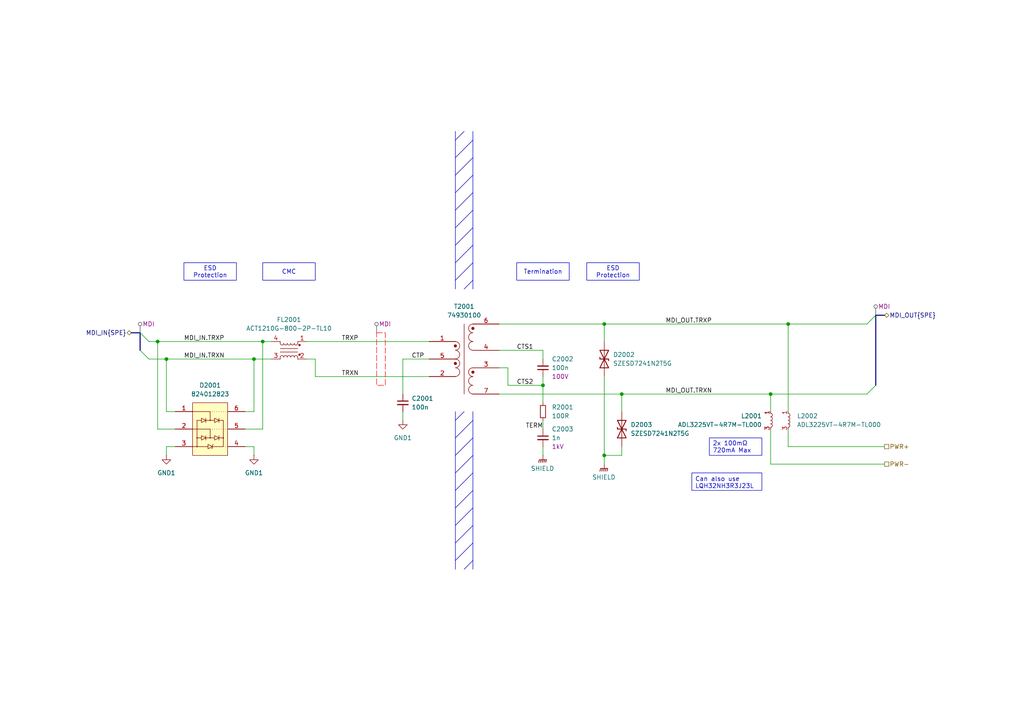
<source format=kicad_sch>
(kicad_sch
	(version 20250114)
	(generator "eeschema")
	(generator_version "9.0")
	(uuid "84d038d6-718d-45e3-b6b8-dc94c586d07e")
	(paper "A4")
	(title_block
		(title "1000BASE-T1 CDN With PoDL")
		(comment 4 "Coupling-decoupling network for 1000BASE-T1 with power over datalines (PoDL).")
	)
	(lib_symbols
		(symbol "COMM-CMC:ACT1210G-800-2P-TL10"
			(pin_names
				(hide yes)
			)
			(exclude_from_sim no)
			(in_bom yes)
			(on_board yes)
			(property "Reference" "FL"
				(at 0 6.35 0)
				(effects
					(font
						(size 1.27 1.27)
					)
				)
			)
			(property "Value" "ACT1210G-800-2P-TL10"
				(at 0 3.81 0)
				(effects
					(font
						(size 1.27 1.27)
					)
				)
			)
			(property "Footprint" "project_footprints:ACT1210G"
				(at 16.51 -94.92 0)
				(effects
					(font
						(size 1.27 1.27)
					)
					(justify left top)
					(hide yes)
				)
			)
			(property "Datasheet" "https://product.tdk.com/en/search/emc/emc/cmf_cmc/info?part_no=ACT1210G-800-2P-TL10"
				(at 16.51 -194.92 0)
				(effects
					(font
						(size 1.27 1.27)
					)
					(justify left top)
					(hide yes)
				)
			)
			(property "Description" "Common Mode Chokes / Filters 80uH 2.4ohm 70mA AEC-Q200 VER 2.0"
				(at 0 -7.62 0)
				(effects
					(font
						(size 1.27 1.27)
					)
					(hide yes)
				)
			)
			(property "Height" "2.5"
				(at 16.51 -394.92 0)
				(effects
					(font
						(size 1.27 1.27)
					)
					(justify left top)
					(hide yes)
				)
			)
			(property "Mouser Part Number" "810-ACT1210G8002PTL1"
				(at 16.51 -494.92 0)
				(effects
					(font
						(size 1.27 1.27)
					)
					(justify left top)
					(hide yes)
				)
			)
			(property "Mouser Price/Stock" "https://www.mouser.co.uk/ProductDetail/TDK/ACT1210G-800-2P-TL10?qs=4ASt3YYao0XH1BiO%252BEsWtg%3D%3D"
				(at 16.51 -594.92 0)
				(effects
					(font
						(size 1.27 1.27)
					)
					(justify left top)
					(hide yes)
				)
			)
			(property "Manufacturer_Name" "TDK"
				(at 16.51 -694.92 0)
				(effects
					(font
						(size 1.27 1.27)
					)
					(justify left top)
					(hide yes)
				)
			)
			(property "Manufacturer_Part_Number" "ACT1210G-800-2P-TL10"
				(at 16.51 -794.92 0)
				(effects
					(font
						(size 1.27 1.27)
					)
					(justify left top)
					(hide yes)
				)
			)
			(symbol "ACT1210G-800-2P-TL10_1_1"
				(circle
					(center -3.048 -1.016)
					(radius 0.254)
					(stroke
						(width 0)
						(type default)
					)
					(fill
						(type outline)
					)
				)
				(circle
					(center -3.048 -3.81)
					(radius 0.254)
					(stroke
						(width 0)
						(type default)
					)
					(fill
						(type outline)
					)
				)
				(polyline
					(pts
						(xy -2.54 -0.508) (xy -2.54 0)
					)
					(stroke
						(width 0)
						(type default)
					)
					(fill
						(type none)
					)
				)
				(polyline
					(pts
						(xy -2.54 -2.032) (xy 2.54 -2.032)
					)
					(stroke
						(width 0)
						(type default)
					)
					(fill
						(type none)
					)
				)
				(polyline
					(pts
						(xy -2.54 -4.572) (xy -2.54 -5.08)
					)
					(stroke
						(width 0)
						(type default)
					)
					(fill
						(type none)
					)
				)
				(arc
					(start -1.524 -0.508)
					(mid -2.032 -1.0138)
					(end -2.54 -0.508)
					(stroke
						(width 0)
						(type default)
					)
					(fill
						(type none)
					)
				)
				(arc
					(start -2.54 -4.572)
					(mid -2.032 -4.0662)
					(end -1.524 -4.572)
					(stroke
						(width 0)
						(type default)
					)
					(fill
						(type none)
					)
				)
				(arc
					(start -0.508 -0.508)
					(mid -1.016 -1.0138)
					(end -1.524 -0.508)
					(stroke
						(width 0)
						(type default)
					)
					(fill
						(type none)
					)
				)
				(arc
					(start -1.524 -4.572)
					(mid -1.016 -4.0662)
					(end -0.508 -4.572)
					(stroke
						(width 0)
						(type default)
					)
					(fill
						(type none)
					)
				)
				(arc
					(start 0.508 -0.508)
					(mid 0 -1.0138)
					(end -0.508 -0.508)
					(stroke
						(width 0)
						(type default)
					)
					(fill
						(type none)
					)
				)
				(arc
					(start -0.508 -4.572)
					(mid 0 -4.0662)
					(end 0.508 -4.572)
					(stroke
						(width 0)
						(type default)
					)
					(fill
						(type none)
					)
				)
				(arc
					(start 1.524 -0.508)
					(mid 1.016 -1.0138)
					(end 0.508 -0.508)
					(stroke
						(width 0)
						(type default)
					)
					(fill
						(type none)
					)
				)
				(arc
					(start 0.508 -4.572)
					(mid 1.016 -4.0662)
					(end 1.524 -4.572)
					(stroke
						(width 0)
						(type default)
					)
					(fill
						(type none)
					)
				)
				(arc
					(start 2.54 -0.508)
					(mid 2.032 -1.0138)
					(end 1.524 -0.508)
					(stroke
						(width 0)
						(type default)
					)
					(fill
						(type none)
					)
				)
				(arc
					(start 1.524 -4.572)
					(mid 2.032 -4.0662)
					(end 2.54 -4.572)
					(stroke
						(width 0)
						(type default)
					)
					(fill
						(type none)
					)
				)
				(polyline
					(pts
						(xy 2.54 0) (xy 2.54 -0.508)
					)
					(stroke
						(width 0)
						(type default)
					)
					(fill
						(type none)
					)
				)
				(polyline
					(pts
						(xy 2.54 -3.048) (xy -2.54 -3.048)
					)
					(stroke
						(width 0)
						(type default)
					)
					(fill
						(type none)
					)
				)
				(polyline
					(pts
						(xy 2.54 -4.572) (xy 2.54 -5.08)
					)
					(stroke
						(width 0)
						(type default)
					)
					(fill
						(type none)
					)
				)
				(pin passive line
					(at -5.08 0 0)
					(length 2.54)
					(name "1"
						(effects
							(font
								(size 1.27 1.27)
							)
						)
					)
					(number "1"
						(effects
							(font
								(size 1.27 1.27)
							)
						)
					)
				)
				(pin passive line
					(at -5.08 -5.08 0)
					(length 2.54)
					(name "2"
						(effects
							(font
								(size 1.27 1.27)
							)
						)
					)
					(number "2"
						(effects
							(font
								(size 1.27 1.27)
							)
						)
					)
				)
				(pin passive line
					(at 5.08 0 180)
					(length 2.54)
					(name "4"
						(effects
							(font
								(size 1.27 1.27)
							)
						)
					)
					(number "4"
						(effects
							(font
								(size 1.27 1.27)
							)
						)
					)
				)
				(pin passive line
					(at 5.08 -5.08 180)
					(length 2.54)
					(name "3"
						(effects
							(font
								(size 1.27 1.27)
							)
						)
					)
					(number "3"
						(effects
							(font
								(size 1.27 1.27)
							)
						)
					)
				)
			)
			(embedded_fonts no)
		)
		(symbol "COMM-TRANSFORMER:74930100"
			(pin_names
				(hide yes)
			)
			(exclude_from_sim no)
			(in_bom yes)
			(on_board yes)
			(property "Reference" "T"
				(at 0 5.08 0)
				(effects
					(font
						(size 1.27 1.27)
					)
				)
			)
			(property "Value" "74930100"
				(at 0 2.54 0)
				(effects
					(font
						(size 1.27 1.27)
					)
				)
			)
			(property "Footprint" "project_footprints:74930100"
				(at 26.67 -94.92 0)
				(effects
					(font
						(size 1.27 1.27)
					)
					(justify left top)
					(hide yes)
				)
			)
			(property "Datasheet" "https://docs.rs-online.com/25b7/A700000007544655.pdf"
				(at 26.67 -194.92 0)
				(effects
					(font
						(size 1.27 1.27)
					)
					(justify left top)
					(hide yes)
				)
			)
			(property "Description" "WE-STST Super Tiny Signal Transformer  10G Base-T, 1000 Base-T1"
				(at 0 -22.86 0)
				(effects
					(font
						(size 1.27 1.27)
					)
					(hide yes)
				)
			)
			(symbol "74930100_0_1"
				(arc
					(start -1.27 -6.35)
					(mid -1.656 -7.2264)
					(end -2.54 -7.5946)
					(stroke
						(width 0)
						(type default)
					)
					(fill
						(type none)
					)
				)
				(arc
					(start -1.27 -8.89)
					(mid -1.656 -9.7664)
					(end -2.54 -10.1346)
					(stroke
						(width 0)
						(type default)
					)
					(fill
						(type none)
					)
				)
				(arc
					(start -1.27 -11.43)
					(mid -1.656 -12.3064)
					(end -2.54 -12.6746)
					(stroke
						(width 0)
						(type default)
					)
					(fill
						(type none)
					)
				)
				(arc
					(start -1.27 -13.97)
					(mid -1.656 -14.8464)
					(end -2.54 -15.2146)
					(stroke
						(width 0)
						(type default)
					)
					(fill
						(type none)
					)
				)
				(arc
					(start -2.54 -5.08)
					(mid -1.642 -5.452)
					(end -1.27 -6.35)
					(stroke
						(width 0)
						(type default)
					)
					(fill
						(type none)
					)
				)
				(arc
					(start -2.54 -7.62)
					(mid -1.642 -7.992)
					(end -1.27 -8.89)
					(stroke
						(width 0)
						(type default)
					)
					(fill
						(type none)
					)
				)
				(arc
					(start -2.54 -10.16)
					(mid -1.642 -10.532)
					(end -1.27 -11.43)
					(stroke
						(width 0)
						(type default)
					)
					(fill
						(type none)
					)
				)
				(arc
					(start -2.54 -12.7)
					(mid -1.642 -13.072)
					(end -1.27 -13.97)
					(stroke
						(width 0)
						(type default)
					)
					(fill
						(type none)
					)
				)
				(polyline
					(pts
						(xy 0 0) (xy 0 -20.32)
					)
					(stroke
						(width 0)
						(type default)
					)
					(fill
						(type none)
					)
				)
				(arc
					(start 1.2954 -1.27)
					(mid 1.6457 -0.3683)
					(end 2.54 0)
					(stroke
						(width 0)
						(type default)
					)
					(fill
						(type none)
					)
				)
				(arc
					(start 1.2954 -3.81)
					(mid 1.6457 -2.9083)
					(end 2.54 -2.54)
					(stroke
						(width 0)
						(type default)
					)
					(fill
						(type none)
					)
				)
				(arc
					(start 1.2954 -6.35)
					(mid 1.6457 -5.4483)
					(end 2.54 -5.08)
					(stroke
						(width 0)
						(type default)
					)
					(fill
						(type none)
					)
				)
				(arc
					(start 1.2954 -13.97)
					(mid 1.6457 -13.0683)
					(end 2.54 -12.7)
					(stroke
						(width 0)
						(type default)
					)
					(fill
						(type none)
					)
				)
				(arc
					(start 1.2954 -16.51)
					(mid 1.6457 -15.6083)
					(end 2.54 -15.24)
					(stroke
						(width 0)
						(type default)
					)
					(fill
						(type none)
					)
				)
				(arc
					(start 1.2954 -19.05)
					(mid 1.6457 -18.1483)
					(end 2.54 -17.78)
					(stroke
						(width 0)
						(type default)
					)
					(fill
						(type none)
					)
				)
				(arc
					(start 2.54 -2.5146)
					(mid 1.6599 -2.1501)
					(end 1.2954 -1.27)
					(stroke
						(width 0)
						(type default)
					)
					(fill
						(type none)
					)
				)
				(arc
					(start 2.54 -5.0546)
					(mid 1.6599 -4.6901)
					(end 1.2954 -3.81)
					(stroke
						(width 0)
						(type default)
					)
					(fill
						(type none)
					)
				)
				(arc
					(start 2.54 -7.5946)
					(mid 1.6599 -7.2301)
					(end 1.2954 -6.35)
					(stroke
						(width 0)
						(type default)
					)
					(fill
						(type none)
					)
				)
				(arc
					(start 2.54 -15.2146)
					(mid 1.6599 -14.8501)
					(end 1.2954 -13.97)
					(stroke
						(width 0)
						(type default)
					)
					(fill
						(type none)
					)
				)
				(arc
					(start 2.54 -17.7546)
					(mid 1.6599 -17.3901)
					(end 1.2954 -16.51)
					(stroke
						(width 0)
						(type default)
					)
					(fill
						(type none)
					)
				)
				(arc
					(start 2.54 -20.2946)
					(mid 1.6599 -19.9301)
					(end 1.2954 -19.05)
					(stroke
						(width 0)
						(type default)
					)
					(fill
						(type none)
					)
				)
			)
			(symbol "74930100_1_1"
				(circle
					(center -2.54 -6.35)
					(radius 0.3592)
					(stroke
						(width 0)
						(type solid)
					)
					(fill
						(type outline)
					)
				)
				(circle
					(center -2.54 -11.43)
					(radius 0.3592)
					(stroke
						(width 0)
						(type solid)
					)
					(fill
						(type outline)
					)
				)
				(circle
					(center 2.54 -1.27)
					(radius 0.3592)
					(stroke
						(width 0)
						(type solid)
					)
					(fill
						(type outline)
					)
				)
				(circle
					(center 2.54 -13.97)
					(radius 0.3592)
					(stroke
						(width 0)
						(type solid)
					)
					(fill
						(type outline)
					)
				)
				(pin passive line
					(at -10.16 -5.08 0)
					(length 7.62)
					(name "IN+"
						(effects
							(font
								(size 1.27 1.27)
							)
						)
					)
					(number "1"
						(effects
							(font
								(size 1.27 1.27)
							)
						)
					)
				)
				(pin passive line
					(at -10.16 -10.16 0)
					(length 7.62)
					(name "PM"
						(effects
							(font
								(size 1.27 1.27)
							)
						)
					)
					(number "5"
						(effects
							(font
								(size 1.27 1.27)
							)
						)
					)
				)
				(pin passive line
					(at -10.16 -15.24 0)
					(length 7.62)
					(name "IN-"
						(effects
							(font
								(size 1.27 1.27)
							)
						)
					)
					(number "2"
						(effects
							(font
								(size 1.27 1.27)
							)
						)
					)
				)
				(pin passive line
					(at 10.16 0 180)
					(length 7.62)
					(name "OUT1A"
						(effects
							(font
								(size 1.27 1.27)
							)
						)
					)
					(number "6"
						(effects
							(font
								(size 1.27 1.27)
							)
						)
					)
				)
				(pin passive line
					(at 10.16 -7.62 180)
					(length 7.62)
					(name "OUT1B"
						(effects
							(font
								(size 1.27 1.27)
							)
						)
					)
					(number "4"
						(effects
							(font
								(size 1.27 1.27)
							)
						)
					)
				)
				(pin passive line
					(at 10.16 -12.7 180)
					(length 7.62)
					(name "OUT2A"
						(effects
							(font
								(size 1.27 1.27)
							)
						)
					)
					(number "3"
						(effects
							(font
								(size 1.27 1.27)
							)
						)
					)
				)
				(pin passive line
					(at 10.16 -20.32 180)
					(length 7.62)
					(name "OUT2B"
						(effects
							(font
								(size 1.27 1.27)
							)
						)
					)
					(number "7"
						(effects
							(font
								(size 1.27 1.27)
							)
						)
					)
				)
			)
			(embedded_fonts no)
		)
		(symbol "Device:C_Small"
			(pin_numbers
				(hide yes)
			)
			(pin_names
				(offset 0.254)
				(hide yes)
			)
			(exclude_from_sim no)
			(in_bom yes)
			(on_board yes)
			(property "Reference" "C"
				(at 0.254 1.778 0)
				(effects
					(font
						(size 1.27 1.27)
					)
					(justify left)
				)
			)
			(property "Value" "C_Small"
				(at 0.254 -2.032 0)
				(effects
					(font
						(size 1.27 1.27)
					)
					(justify left)
				)
			)
			(property "Footprint" ""
				(at 0 0 0)
				(effects
					(font
						(size 1.27 1.27)
					)
					(hide yes)
				)
			)
			(property "Datasheet" "~"
				(at 0 0 0)
				(effects
					(font
						(size 1.27 1.27)
					)
					(hide yes)
				)
			)
			(property "Description" "Unpolarized capacitor, small symbol"
				(at 0 0 0)
				(effects
					(font
						(size 1.27 1.27)
					)
					(hide yes)
				)
			)
			(property "ki_keywords" "capacitor cap"
				(at 0 0 0)
				(effects
					(font
						(size 1.27 1.27)
					)
					(hide yes)
				)
			)
			(property "ki_fp_filters" "C_*"
				(at 0 0 0)
				(effects
					(font
						(size 1.27 1.27)
					)
					(hide yes)
				)
			)
			(symbol "C_Small_0_1"
				(polyline
					(pts
						(xy -1.524 0.508) (xy 1.524 0.508)
					)
					(stroke
						(width 0.3048)
						(type default)
					)
					(fill
						(type none)
					)
				)
				(polyline
					(pts
						(xy -1.524 -0.508) (xy 1.524 -0.508)
					)
					(stroke
						(width 0.3302)
						(type default)
					)
					(fill
						(type none)
					)
				)
			)
			(symbol "C_Small_1_1"
				(pin passive line
					(at 0 2.54 270)
					(length 2.032)
					(name "~"
						(effects
							(font
								(size 1.27 1.27)
							)
						)
					)
					(number "1"
						(effects
							(font
								(size 1.27 1.27)
							)
						)
					)
				)
				(pin passive line
					(at 0 -2.54 90)
					(length 2.032)
					(name "~"
						(effects
							(font
								(size 1.27 1.27)
							)
						)
					)
					(number "2"
						(effects
							(font
								(size 1.27 1.27)
							)
						)
					)
				)
			)
			(embedded_fonts no)
		)
		(symbol "Device:R_Small"
			(pin_numbers
				(hide yes)
			)
			(pin_names
				(offset 0.254)
				(hide yes)
			)
			(exclude_from_sim no)
			(in_bom yes)
			(on_board yes)
			(property "Reference" "R"
				(at 0 0 90)
				(effects
					(font
						(size 1.016 1.016)
					)
				)
			)
			(property "Value" "R_Small"
				(at 1.778 0 90)
				(effects
					(font
						(size 1.27 1.27)
					)
				)
			)
			(property "Footprint" ""
				(at 0 0 0)
				(effects
					(font
						(size 1.27 1.27)
					)
					(hide yes)
				)
			)
			(property "Datasheet" "~"
				(at 0 0 0)
				(effects
					(font
						(size 1.27 1.27)
					)
					(hide yes)
				)
			)
			(property "Description" "Resistor, small symbol"
				(at 0 0 0)
				(effects
					(font
						(size 1.27 1.27)
					)
					(hide yes)
				)
			)
			(property "ki_keywords" "R resistor"
				(at 0 0 0)
				(effects
					(font
						(size 1.27 1.27)
					)
					(hide yes)
				)
			)
			(property "ki_fp_filters" "R_*"
				(at 0 0 0)
				(effects
					(font
						(size 1.27 1.27)
					)
					(hide yes)
				)
			)
			(symbol "R_Small_0_1"
				(rectangle
					(start -0.762 1.778)
					(end 0.762 -1.778)
					(stroke
						(width 0.2032)
						(type default)
					)
					(fill
						(type none)
					)
				)
			)
			(symbol "R_Small_1_1"
				(pin passive line
					(at 0 2.54 270)
					(length 0.762)
					(name "~"
						(effects
							(font
								(size 1.27 1.27)
							)
						)
					)
					(number "1"
						(effects
							(font
								(size 1.27 1.27)
							)
						)
					)
				)
				(pin passive line
					(at 0 -2.54 90)
					(length 0.762)
					(name "~"
						(effects
							(font
								(size 1.27 1.27)
							)
						)
					)
					(number "2"
						(effects
							(font
								(size 1.27 1.27)
							)
						)
					)
				)
			)
			(embedded_fonts no)
		)
		(symbol "PWR-IND:ADL3225VT-4R7M-TL000"
			(exclude_from_sim no)
			(in_bom yes)
			(on_board yes)
			(property "Reference" "L"
				(at 1.27 1.27 0)
				(effects
					(font
						(size 1.27 1.27)
					)
					(justify left)
				)
			)
			(property "Value" "ADL3225VT-4R7M-TL000"
				(at 1.27 -1.27 0)
				(effects
					(font
						(size 1.27 1.27)
					)
					(justify left)
				)
			)
			(property "Footprint" "project_footprints:ADL3225VT4R7MTL000"
				(at 16.51 -94.92 0)
				(effects
					(font
						(size 1.27 1.27)
					)
					(justify left top)
					(hide yes)
				)
			)
			(property "Datasheet" "https://product.tdk.com/system/files/dam/doc/product/inductor/inductor/smd/catalog/inductor_automotive_decoupling_adl3225vt_en.pdf"
				(at 16.51 -194.92 0)
				(effects
					(font
						(size 1.27 1.27)
					)
					(justify left top)
					(hide yes)
				)
			)
			(property "Description" "TDK - ADL3225VT-4R7M-TL000 - Power Inductor (SMD), AEC-Q200, 10 H, 1.5 A, Semishielded, 720 mA, ADL-VT Series"
				(at 0 0 0)
				(effects
					(font
						(size 1.27 1.27)
					)
					(hide yes)
				)
			)
			(property "Height" "2.5"
				(at 16.51 -394.92 0)
				(effects
					(font
						(size 1.27 1.27)
					)
					(justify left top)
					(hide yes)
				)
			)
			(property "Mouser Part Number" "810-ADL3225VT4R7MTL0"
				(at 16.51 -494.92 0)
				(effects
					(font
						(size 1.27 1.27)
					)
					(justify left top)
					(hide yes)
				)
			)
			(property "Mouser Price/Stock" "https://www.mouser.co.uk/ProductDetail/TDK/ADL3225VT-4R7M-TL000?qs=yB%252BpDD7iBPVPDn%2F0tfqvRg%3D%3D"
				(at 16.51 -594.92 0)
				(effects
					(font
						(size 1.27 1.27)
					)
					(justify left top)
					(hide yes)
				)
			)
			(property "Manufacturer_Name" "TDK"
				(at 16.51 -694.92 0)
				(effects
					(font
						(size 1.27 1.27)
					)
					(justify left top)
					(hide yes)
				)
			)
			(property "Manufacturer_Part_Number" "ADL3225VT-4R7M-TL000"
				(at 16.51 -794.92 0)
				(effects
					(font
						(size 1.27 1.27)
					)
					(justify left top)
					(hide yes)
				)
			)
			(symbol "ADL3225VT-4R7M-TL000_0_1"
				(arc
					(start 0 2.032)
					(mid 0.5058 1.524)
					(end 0 1.016)
					(stroke
						(width 0)
						(type default)
					)
					(fill
						(type none)
					)
				)
				(arc
					(start 0 1.016)
					(mid 0.5058 0.508)
					(end 0 0)
					(stroke
						(width 0)
						(type default)
					)
					(fill
						(type none)
					)
				)
				(arc
					(start 0 0)
					(mid 0.5058 -0.508)
					(end 0 -1.016)
					(stroke
						(width 0)
						(type default)
					)
					(fill
						(type none)
					)
				)
				(arc
					(start 0 -1.016)
					(mid 0.5058 -1.524)
					(end 0 -2.032)
					(stroke
						(width 0)
						(type default)
					)
					(fill
						(type none)
					)
				)
			)
			(symbol "ADL3225VT-4R7M-TL000_1_1"
				(pin passive line
					(at 0 2.54 270)
					(length 0.508)
					(name "~"
						(effects
							(font
								(size 1.27 1.27)
							)
						)
					)
					(number "1"
						(effects
							(font
								(size 1.27 1.27)
							)
						)
					)
				)
				(pin passive line
					(at 0 2.54 270)
					(length 0.508)
					(hide yes)
					(name "~"
						(effects
							(font
								(size 1.27 1.27)
							)
						)
					)
					(number "2"
						(effects
							(font
								(size 1.27 1.27)
							)
						)
					)
				)
				(pin passive line
					(at 0 -2.54 90)
					(length 0.508)
					(name "~"
						(effects
							(font
								(size 1.27 1.27)
							)
						)
					)
					(number "3"
						(effects
							(font
								(size 1.27 1.27)
							)
						)
					)
				)
				(pin passive line
					(at 0 -2.54 90)
					(length 0.508)
					(hide yes)
					(name "~"
						(effects
							(font
								(size 1.27 1.27)
							)
						)
					)
					(number "4"
						(effects
							(font
								(size 1.27 1.27)
							)
						)
					)
				)
			)
			(embedded_fonts no)
		)
		(symbol "PWR-SYM:SHIELD"
			(power)
			(pin_numbers
				(hide yes)
			)
			(pin_names
				(offset 0)
				(hide yes)
			)
			(exclude_from_sim no)
			(in_bom yes)
			(on_board yes)
			(property "Reference" "#PWR"
				(at 0 -5.08 0)
				(effects
					(font
						(size 1.27 1.27)
					)
					(hide yes)
				)
			)
			(property "Value" "SHIELD"
				(at 0 -3.302 0)
				(effects
					(font
						(size 1.27 1.27)
					)
				)
			)
			(property "Footprint" ""
				(at 0 -1.27 0)
				(effects
					(font
						(size 1.27 1.27)
					)
					(hide yes)
				)
			)
			(property "Datasheet" ""
				(at 0 -1.27 0)
				(effects
					(font
						(size 1.27 1.27)
					)
					(hide yes)
				)
			)
			(property "Description" "Power symbol creates a global label with name \"SHIELD\" , global ground"
				(at 0 0 0)
				(effects
					(font
						(size 1.27 1.27)
					)
					(hide yes)
				)
			)
			(property "ki_keywords" "global ground"
				(at 0 0 0)
				(effects
					(font
						(size 1.27 1.27)
					)
					(hide yes)
				)
			)
			(symbol "SHIELD_0_1"
				(polyline
					(pts
						(xy -1.016 -1.27) (xy -1.27 -2.032) (xy -1.27 -2.032)
					)
					(stroke
						(width 0.2032)
						(type default)
					)
					(fill
						(type none)
					)
				)
				(polyline
					(pts
						(xy -0.508 -1.27) (xy -0.762 -2.032) (xy -0.762 -2.032)
					)
					(stroke
						(width 0.2032)
						(type default)
					)
					(fill
						(type none)
					)
				)
				(polyline
					(pts
						(xy 0 -1.27) (xy 0 0)
					)
					(stroke
						(width 0)
						(type default)
					)
					(fill
						(type none)
					)
				)
				(polyline
					(pts
						(xy 0 -1.27) (xy -0.254 -2.032) (xy -0.254 -2.032)
					)
					(stroke
						(width 0.2032)
						(type default)
					)
					(fill
						(type none)
					)
				)
				(polyline
					(pts
						(xy 0.508 -1.27) (xy 0.254 -2.032) (xy 0.254 -2.032)
					)
					(stroke
						(width 0.2032)
						(type default)
					)
					(fill
						(type none)
					)
				)
				(polyline
					(pts
						(xy 1.016 -1.27) (xy -1.016 -1.27) (xy -1.016 -1.27)
					)
					(stroke
						(width 0.2032)
						(type default)
					)
					(fill
						(type none)
					)
				)
				(polyline
					(pts
						(xy 1.016 -1.27) (xy 0.762 -2.032) (xy 0.762 -2.032) (xy 0.762 -2.032)
					)
					(stroke
						(width 0.2032)
						(type default)
					)
					(fill
						(type none)
					)
				)
			)
			(symbol "SHIELD_1_1"
				(pin power_in line
					(at 0 0 270)
					(length 0)
					(name "~"
						(effects
							(font
								(size 1.27 1.27)
							)
						)
					)
					(number "1"
						(effects
							(font
								(size 1.27 1.27)
							)
						)
					)
				)
			)
			(embedded_fonts no)
		)
		(symbol "TVS:824012823"
			(exclude_from_sim no)
			(in_bom yes)
			(on_board yes)
			(property "Reference" "D"
				(at 0 5.08 0)
				(effects
					(font
						(size 1.27 1.27)
					)
				)
			)
			(property "Value" "824012823"
				(at 0 2.54 0)
				(effects
					(font
						(size 1.27 1.27)
					)
				)
			)
			(property "Footprint" "project_footprints:824012823"
				(at 31.75 -94.92 0)
				(effects
					(font
						(size 1.27 1.27)
					)
					(justify left top)
					(hide yes)
				)
			)
			(property "Datasheet" "https://www.we-online.com/catalog/datasheet/824012823.pdf"
				(at 31.75 -194.92 0)
				(effects
					(font
						(size 1.27 1.27)
					)
					(justify left top)
					(hide yes)
				)
			)
			(property "Description" "ESD Suppressors / TVS Diodes WE-TVS Diode Array 3.3V 0.18pF 2Channel"
				(at 0 -17.78 0)
				(effects
					(font
						(size 1.27 1.27)
					)
					(hide yes)
				)
			)
			(property "Height" "0.5"
				(at 31.75 -394.92 0)
				(effects
					(font
						(size 1.27 1.27)
					)
					(justify left top)
					(hide yes)
				)
			)
			(property "Mouser Part Number" "710-824012823"
				(at 31.75 -494.92 0)
				(effects
					(font
						(size 1.27 1.27)
					)
					(justify left top)
					(hide yes)
				)
			)
			(property "Mouser Price/Stock" "https://www.mouser.co.uk/ProductDetail/Wurth-Elektronik/824012823?qs=rrS6PyfT74dPtw7q26tZFg%3D%3D"
				(at 31.75 -594.92 0)
				(effects
					(font
						(size 1.27 1.27)
					)
					(justify left top)
					(hide yes)
				)
			)
			(property "Manufacturer_Name" "Wurth Elektronik"
				(at 31.75 -694.92 0)
				(effects
					(font
						(size 1.27 1.27)
					)
					(justify left top)
					(hide yes)
				)
			)
			(property "Manufacturer_Part_Number" "824012823"
				(at 31.75 -794.92 0)
				(effects
					(font
						(size 1.27 1.27)
					)
					(justify left top)
					(hide yes)
				)
			)
			(symbol "824012823_0_1"
				(polyline
					(pts
						(xy -5.08 -7.62) (xy 0 -7.62) (xy 0 -10.16)
					)
					(stroke
						(width 0)
						(type default)
					)
					(fill
						(type none)
					)
				)
				(polyline
					(pts
						(xy -3.81 -5.08) (xy -3.81 -12.7)
					)
					(stroke
						(width 0)
						(type default)
					)
					(fill
						(type none)
					)
				)
				(circle
					(center -3.81 -10.16)
					(radius 0.1127)
					(stroke
						(width 0)
						(type default)
					)
					(fill
						(type none)
					)
				)
				(circle
					(center -3.81 -12.7)
					(radius 0.1127)
					(stroke
						(width 0)
						(type default)
					)
					(fill
						(type none)
					)
				)
				(polyline
					(pts
						(xy -3.81 -12.7) (xy -5.08 -12.7)
					)
					(stroke
						(width 0)
						(type default)
					)
					(fill
						(type none)
					)
				)
				(polyline
					(pts
						(xy -1.27 -4.445) (xy -1.27 -5.715)
					)
					(stroke
						(width 0)
						(type default)
					)
					(fill
						(type none)
					)
				)
				(polyline
					(pts
						(xy -1.27 -5.08) (xy 1.27 -5.08)
					)
					(stroke
						(width 0)
						(type default)
					)
					(fill
						(type none)
					)
				)
				(polyline
					(pts
						(xy -1.27 -5.08) (xy -2.54 -4.445) (xy -2.54 -5.715) (xy -1.27 -5.08)
					)
					(stroke
						(width 0)
						(type default)
					)
					(fill
						(type none)
					)
				)
				(polyline
					(pts
						(xy -1.27 -9.525) (xy -1.27 -10.795)
					)
					(stroke
						(width 0)
						(type default)
					)
					(fill
						(type none)
					)
				)
				(polyline
					(pts
						(xy -1.27 -10.16) (xy 1.27 -10.16)
					)
					(stroke
						(width 0)
						(type default)
					)
					(fill
						(type none)
					)
				)
				(polyline
					(pts
						(xy -1.27 -10.16) (xy -2.54 -9.525) (xy -2.54 -10.795) (xy -1.27 -10.16)
					)
					(stroke
						(width 0)
						(type default)
					)
					(fill
						(type none)
					)
				)
				(polyline
					(pts
						(xy -0.635 -12.7) (xy -3.81 -12.7)
					)
					(stroke
						(width 0)
						(type default)
					)
					(fill
						(type none)
					)
				)
				(polyline
					(pts
						(xy 0 -5.08) (xy 0 -2.54) (xy -5.08 -2.54)
					)
					(stroke
						(width 0)
						(type default)
					)
					(fill
						(type none)
					)
				)
				(circle
					(center 0 -5.08)
					(radius 0.1127)
					(stroke
						(width 0)
						(type default)
					)
					(fill
						(type none)
					)
				)
				(circle
					(center 0 -10.16)
					(radius 0.1127)
					(stroke
						(width 0)
						(type default)
					)
					(fill
						(type none)
					)
				)
				(polyline
					(pts
						(xy 0.387 -13.35) (xy 0.387 -13.35)
					)
					(stroke
						(width 0)
						(type default)
					)
					(fill
						(type none)
					)
				)
				(polyline
					(pts
						(xy 0.635 -12.7) (xy -0.635 -12.065) (xy -0.635 -13.335) (xy 0.635 -12.7)
					)
					(stroke
						(width 0)
						(type default)
					)
					(fill
						(type none)
					)
				)
				(polyline
					(pts
						(xy 0.895 -12.06) (xy 0.641 -12.314) (xy 0.641 -13.076) (xy 0.387 -13.33)
					)
					(stroke
						(width 0)
						(type default)
					)
					(fill
						(type none)
					)
				)
				(polyline
					(pts
						(xy 2.54 -4.445) (xy 2.54 -5.715)
					)
					(stroke
						(width 0)
						(type default)
					)
					(fill
						(type none)
					)
				)
				(polyline
					(pts
						(xy 2.54 -5.08) (xy 1.27 -4.445) (xy 1.27 -5.715) (xy 2.54 -5.08)
					)
					(stroke
						(width 0)
						(type default)
					)
					(fill
						(type none)
					)
				)
				(polyline
					(pts
						(xy 2.54 -9.525) (xy 2.54 -10.795)
					)
					(stroke
						(width 0)
						(type default)
					)
					(fill
						(type none)
					)
				)
				(polyline
					(pts
						(xy 2.54 -10.16) (xy 1.27 -9.525) (xy 1.27 -10.795) (xy 2.54 -10.16)
					)
					(stroke
						(width 0)
						(type default)
					)
					(fill
						(type none)
					)
				)
				(polyline
					(pts
						(xy 3.81 -5.08) (xy 3.81 -12.7)
					)
					(stroke
						(width 0)
						(type default)
					)
					(fill
						(type none)
					)
				)
				(circle
					(center 3.81 -10.16)
					(radius 0.1127)
					(stroke
						(width 0)
						(type default)
					)
					(fill
						(type none)
					)
				)
				(polyline
					(pts
						(xy 3.81 -12.7) (xy 0.635 -12.7)
					)
					(stroke
						(width 0)
						(type default)
					)
					(fill
						(type none)
					)
				)
			)
			(symbol "824012823_1_1"
				(rectangle
					(start -5.08 0)
					(end 5.08 -15.24)
					(stroke
						(width 0)
						(type solid)
					)
					(fill
						(type background)
					)
				)
				(polyline
					(pts
						(xy -2.54 -5.08) (xy -3.81 -5.08)
					)
					(stroke
						(width 0)
						(type default)
					)
					(fill
						(type none)
					)
				)
				(polyline
					(pts
						(xy -2.54 -10.16) (xy -3.81 -10.16)
					)
					(stroke
						(width 0)
						(type default)
					)
					(fill
						(type none)
					)
				)
				(polyline
					(pts
						(xy 0 -2.54) (xy 5.08 -2.54)
					)
					(stroke
						(width 0)
						(type dot)
					)
					(fill
						(type none)
					)
				)
				(polyline
					(pts
						(xy 0 -7.62) (xy 5.08 -7.62)
					)
					(stroke
						(width 0)
						(type dot)
					)
					(fill
						(type none)
					)
				)
				(polyline
					(pts
						(xy 3.81 -5.08) (xy 2.54 -5.08)
					)
					(stroke
						(width 0)
						(type default)
					)
					(fill
						(type none)
					)
				)
				(polyline
					(pts
						(xy 3.81 -10.16) (xy 2.54 -10.16)
					)
					(stroke
						(width 0)
						(type default)
					)
					(fill
						(type none)
					)
				)
				(polyline
					(pts
						(xy 5.08 -12.7) (xy 3.81 -12.7)
					)
					(stroke
						(width 0)
						(type dot)
					)
					(fill
						(type none)
					)
				)
				(pin passive line
					(at -10.16 -2.54 0)
					(length 5.08)
					(name "~"
						(effects
							(font
								(size 1.27 1.27)
							)
						)
					)
					(number "1"
						(effects
							(font
								(size 1.27 1.27)
							)
						)
					)
				)
				(pin passive line
					(at -10.16 -7.62 0)
					(length 5.08)
					(name "~"
						(effects
							(font
								(size 1.27 1.27)
							)
						)
					)
					(number "2"
						(effects
							(font
								(size 1.27 1.27)
							)
						)
					)
				)
				(pin passive line
					(at -10.16 -12.7 0)
					(length 5.08)
					(name "~"
						(effects
							(font
								(size 1.27 1.27)
							)
						)
					)
					(number "3"
						(effects
							(font
								(size 1.27 1.27)
							)
						)
					)
				)
				(pin passive line
					(at 10.16 -2.54 180)
					(length 5.08)
					(name "~"
						(effects
							(font
								(size 1.27 1.27)
							)
						)
					)
					(number "6"
						(effects
							(font
								(size 1.27 1.27)
							)
						)
					)
				)
				(pin passive line
					(at 10.16 -7.62 180)
					(length 5.08)
					(name "~"
						(effects
							(font
								(size 1.27 1.27)
							)
						)
					)
					(number "5"
						(effects
							(font
								(size 1.27 1.27)
							)
						)
					)
				)
				(pin passive line
					(at 10.16 -12.7 180)
					(length 5.08)
					(name "~"
						(effects
							(font
								(size 1.27 1.27)
							)
						)
					)
					(number "4"
						(effects
							(font
								(size 1.27 1.27)
							)
						)
					)
				)
			)
			(embedded_fonts no)
		)
		(symbol "TVS:SZESD7241N2T5G"
			(pin_numbers
				(hide yes)
			)
			(pin_names
				(hide yes)
			)
			(exclude_from_sim no)
			(in_bom yes)
			(on_board yes)
			(property "Reference" "D"
				(at 0 3.81 0)
				(effects
					(font
						(size 1.27 1.27)
					)
				)
			)
			(property "Value" "SZESD7241N2T5G"
				(at 0 1.27 0)
				(effects
					(font
						(size 1.27 1.27)
					)
				)
			)
			(property "Footprint" "project_footprints:SZESD7462N2T5G"
				(at -16.51 -10.16 0)
				(effects
					(font
						(size 1.27 1.27)
					)
					(justify left bottom)
					(hide yes)
				)
			)
			(property "Datasheet" "https://www.onsemi.com/pub/Collateral/ESD7241-D.PDF"
				(at -29.21 -12.7 0)
				(effects
					(font
						(size 1.27 1.27)
					)
					(justify left bottom)
					(hide yes)
				)
			)
			(property "Description" "SZESD7241MXWT5G Wettable Flank Package; SZ Prefix for Automotive and Other Applications Requiring Unique Site and Control Change Requirements; AECQ101 Qualified and PPAP CapableSZ Prefix for Automotive and Other Applications Requiring Unique Site and Control Change Requirements; AECQ101 Qualified and PPAP Capable; Ultra-Low Capacitance: < 1.0pF Max; Low Leakage: < 0.5uA; IEC61000-4-2 (ESD): Level 4 +/-28kV Contact; IEC61000-4-4 (EFT): 40A - 5/50ns; IEC61000-4-5 (Lightning): 1A - 8/20us; These Devices are Pb"
				(at 0 -6.35 0)
				(effects
					(font
						(size 1.27 1.27)
					)
					(hide yes)
				)
			)
			(property "Height" "0.4"
				(at -1.27 -15.24 0)
				(effects
					(font
						(size 1.27 1.27)
					)
					(justify left bottom)
					(hide yes)
				)
			)
			(property "Mouser Part Number" "863-SZESD7241N2T5G"
				(at -11.43 -17.78 0)
				(effects
					(font
						(size 1.27 1.27)
					)
					(justify left bottom)
					(hide yes)
				)
			)
			(property "Mouser Price/Stock" "https://www.mouser.co.uk/ProductDetail/onsemi/SZESD7241N2T5G?qs=z6PAvqrnkvSq0oMCl81g4Q%3D%3D"
				(at -49.53 -20.32 0)
				(effects
					(font
						(size 1.27 1.27)
					)
					(justify left bottom)
					(hide yes)
				)
			)
			(property "Manufacturer_Name" "onsemi"
				(at -3.81 -22.86 0)
				(effects
					(font
						(size 1.27 1.27)
					)
					(justify left bottom)
					(hide yes)
				)
			)
			(property "Manufacturer_Part_Number" "SZESD7241N2T5G"
				(at -8.89 -25.4 0)
				(effects
					(font
						(size 1.27 1.27)
					)
					(justify left bottom)
					(hide yes)
				)
			)
			(symbol "SZESD7241N2T5G_0_1"
				(polyline
					(pts
						(xy -2.54 -1.27) (xy -2.54 -3.81) (xy 2.54 -1.27) (xy 2.54 -3.81) (xy -2.54 -1.27)
					)
					(stroke
						(width 0.254)
						(type default)
					)
					(fill
						(type none)
					)
				)
				(polyline
					(pts
						(xy 0.508 -1.27) (xy 0 -1.27) (xy 0 -3.81) (xy -0.508 -3.81)
					)
					(stroke
						(width 0.254)
						(type default)
					)
					(fill
						(type none)
					)
				)
				(polyline
					(pts
						(xy 1.27 -2.54) (xy -1.27 -2.54)
					)
					(stroke
						(width 0)
						(type default)
					)
					(fill
						(type none)
					)
				)
			)
			(symbol "SZESD7241N2T5G_1_1"
				(pin passive line
					(at -5.08 -2.54 0)
					(length 3.81)
					(name "A1"
						(effects
							(font
								(size 1.27 1.27)
							)
						)
					)
					(number "1"
						(effects
							(font
								(size 1.27 1.27)
							)
						)
					)
				)
				(pin passive line
					(at 5.08 -2.54 180)
					(length 3.81)
					(name "A2"
						(effects
							(font
								(size 1.27 1.27)
							)
						)
					)
					(number "2"
						(effects
							(font
								(size 1.27 1.27)
							)
						)
					)
				)
			)
			(embedded_fonts no)
		)
		(symbol "power:GND1"
			(power)
			(pin_numbers
				(hide yes)
			)
			(pin_names
				(offset 0)
				(hide yes)
			)
			(exclude_from_sim no)
			(in_bom yes)
			(on_board yes)
			(property "Reference" "#PWR"
				(at 0 -6.35 0)
				(effects
					(font
						(size 1.27 1.27)
					)
					(hide yes)
				)
			)
			(property "Value" "GND1"
				(at 0 -3.81 0)
				(effects
					(font
						(size 1.27 1.27)
					)
				)
			)
			(property "Footprint" ""
				(at 0 0 0)
				(effects
					(font
						(size 1.27 1.27)
					)
					(hide yes)
				)
			)
			(property "Datasheet" ""
				(at 0 0 0)
				(effects
					(font
						(size 1.27 1.27)
					)
					(hide yes)
				)
			)
			(property "Description" "Power symbol creates a global label with name \"GND1\" , ground"
				(at 0 0 0)
				(effects
					(font
						(size 1.27 1.27)
					)
					(hide yes)
				)
			)
			(property "ki_keywords" "global power"
				(at 0 0 0)
				(effects
					(font
						(size 1.27 1.27)
					)
					(hide yes)
				)
			)
			(symbol "GND1_0_1"
				(polyline
					(pts
						(xy 0 0) (xy 0 -1.27) (xy 1.27 -1.27) (xy 0 -2.54) (xy -1.27 -1.27) (xy 0 -1.27)
					)
					(stroke
						(width 0)
						(type default)
					)
					(fill
						(type none)
					)
				)
			)
			(symbol "GND1_1_1"
				(pin power_in line
					(at 0 0 270)
					(length 0)
					(name "~"
						(effects
							(font
								(size 1.27 1.27)
							)
						)
					)
					(number "1"
						(effects
							(font
								(size 1.27 1.27)
							)
						)
					)
				)
			)
			(embedded_fonts no)
		)
	)
	(text_box "CMC"
		(exclude_from_sim no)
		(at 76.2 76.2 0)
		(size 15.24 5.08)
		(margins 0.9525 0.9525 0.9525 0.9525)
		(stroke
			(width 0)
			(type solid)
		)
		(fill
			(type none)
		)
		(effects
			(font
				(size 1.27 1.27)
			)
		)
		(uuid "8ff3f6c2-87d1-4ff4-af7a-4790e3038b3d")
	)
	(text_box "2x 100mΩ\n720mA Max"
		(exclude_from_sim no)
		(at 205.74 127 0)
		(size 15.24 5.08)
		(margins 0.9525 0.9525 0.9525 0.9525)
		(stroke
			(width 0)
			(type solid)
		)
		(fill
			(type none)
		)
		(effects
			(font
				(size 1.27 1.27)
			)
			(justify left)
		)
		(uuid "a7bfe716-60e3-4bfb-949b-34b559fcb85d")
	)
	(text_box "Can also use LQH32NH3R3J23L"
		(exclude_from_sim no)
		(at 200.66 137.16 0)
		(size 20.32 5.08)
		(margins 0.9525 0.9525 0.9525 0.9525)
		(stroke
			(width 0)
			(type solid)
		)
		(fill
			(type none)
		)
		(effects
			(font
				(size 1.27 1.27)
			)
			(justify left top)
		)
		(uuid "b4d59106-2cfb-4b36-8e6a-26080b733dd0")
	)
	(text_box "Termination"
		(exclude_from_sim no)
		(at 149.86 76.2 0)
		(size 15.24 5.08)
		(margins 0.9525 0.9525 0.9525 0.9525)
		(stroke
			(width 0)
			(type solid)
		)
		(fill
			(type none)
		)
		(effects
			(font
				(size 1.27 1.27)
			)
		)
		(uuid "c1d683c2-b043-4361-b15a-99d1a7cecb13")
	)
	(text_box "ESD Protection"
		(exclude_from_sim no)
		(at 170.18 76.2 0)
		(size 15.24 5.08)
		(margins 0.9525 0.9525 0.9525 0.9525)
		(stroke
			(width 0)
			(type solid)
		)
		(fill
			(type none)
		)
		(effects
			(font
				(size 1.27 1.27)
			)
		)
		(uuid "c5edd003-326c-4891-8e44-2aa71de32646")
	)
	(text_box "ESD Protection"
		(exclude_from_sim no)
		(at 53.34 76.2 0)
		(size 15.24 5.08)
		(margins 0.9525 0.9525 0.9525 0.9525)
		(stroke
			(width 0)
			(type solid)
		)
		(fill
			(type none)
		)
		(effects
			(font
				(size 1.27 1.27)
			)
		)
		(uuid "eeedcd8f-7465-40ff-898a-7c8437b41fb0")
	)
	(junction
		(at 45.72 99.06)
		(diameter 0)
		(color 0 0 0 0)
		(uuid "2809f8b9-da75-47ae-b235-38ae256075a3")
	)
	(junction
		(at 175.26 93.98)
		(diameter 0)
		(color 0 0 0 0)
		(uuid "2ed4d377-a3cc-4d7a-9d4c-3fb555767dd9")
	)
	(junction
		(at 175.26 132.08)
		(diameter 0)
		(color 0 0 0 0)
		(uuid "6a1639ea-9489-4f5e-90ed-42c5e5f152ad")
	)
	(junction
		(at 73.66 104.14)
		(diameter 0)
		(color 0 0 0 0)
		(uuid "8526e55f-c53f-4bd9-8194-eab9197dcfda")
	)
	(junction
		(at 48.26 104.14)
		(diameter 0)
		(color 0 0 0 0)
		(uuid "92a7743c-4024-401f-aaca-e17736a0d4c6")
	)
	(junction
		(at 157.48 111.76)
		(diameter 0)
		(color 0 0 0 0)
		(uuid "9d7e1593-26cd-4b25-ba7c-4b633380aaf2")
	)
	(junction
		(at 180.34 114.3)
		(diameter 0)
		(color 0 0 0 0)
		(uuid "ab71fbba-9758-4313-a7e2-9ddfb13c3d7b")
	)
	(junction
		(at 228.6 93.98)
		(diameter 0)
		(color 0 0 0 0)
		(uuid "af117ea6-39c9-4db5-8db3-276d4bc1d50a")
	)
	(junction
		(at 76.2 99.06)
		(diameter 0)
		(color 0 0 0 0)
		(uuid "d4b950b5-8e0d-4b5b-85bb-aeaf77476068")
	)
	(junction
		(at 223.52 114.3)
		(diameter 0)
		(color 0 0 0 0)
		(uuid "df7ad793-08c1-49e4-b1bb-7011a4429f30")
	)
	(bus_entry
		(at 254 111.76)
		(size -2.54 2.54)
		(stroke
			(width 0)
			(type default)
		)
		(uuid "3bc0a15d-7687-4aa8-b8c2-0d4a503cedb3")
	)
	(bus_entry
		(at 254 91.44)
		(size -2.54 2.54)
		(stroke
			(width 0)
			(type default)
		)
		(uuid "5962211a-701e-433b-9649-15e26a2cb745")
	)
	(bus_entry
		(at 40.64 96.52)
		(size 2.54 2.54)
		(stroke
			(width 0)
			(type default)
		)
		(uuid "d2190c85-5e57-414e-b4e4-df1b0f46713b")
	)
	(bus_entry
		(at 40.64 101.6)
		(size 2.54 2.54)
		(stroke
			(width 0)
			(type default)
		)
		(uuid "f8a4c2ae-87e5-4ab6-9539-fc1cd2cd95e4")
	)
	(wire
		(pts
			(xy 175.26 132.08) (xy 180.34 132.08)
		)
		(stroke
			(width 0)
			(type default)
		)
		(uuid "001efc45-731c-4f29-9cd7-84466bfa75e2")
	)
	(wire
		(pts
			(xy 71.12 119.38) (xy 73.66 119.38)
		)
		(stroke
			(width 0)
			(type default)
		)
		(uuid "0329b799-ec2b-41c6-abdd-0243805cb031")
	)
	(wire
		(pts
			(xy 180.34 132.08) (xy 180.34 129.54)
		)
		(stroke
			(width 0)
			(type default)
		)
		(uuid "047f61bc-a976-4735-b123-64ea2c22e2ea")
	)
	(wire
		(pts
			(xy 73.66 129.54) (xy 71.12 129.54)
		)
		(stroke
			(width 0)
			(type default)
		)
		(uuid "077b7b6c-e75a-4c56-a659-6fc0392b074a")
	)
	(polyline
		(pts
			(xy 132.08 45.72) (xy 137.16 40.64)
		)
		(stroke
			(width 0)
			(type default)
		)
		(uuid "0a4ddcba-20ab-44f9-bdab-701c63affeae")
	)
	(wire
		(pts
			(xy 88.9 104.14) (xy 91.44 104.14)
		)
		(stroke
			(width 0)
			(type default)
		)
		(uuid "0edeb933-d510-4b88-a045-b7a39b167c0d")
	)
	(polyline
		(pts
			(xy 132.08 66.04) (xy 137.16 60.96)
		)
		(stroke
			(width 0)
			(type default)
		)
		(uuid "134536e0-5430-4c21-990a-b08c020c0640")
	)
	(wire
		(pts
			(xy 228.6 93.98) (xy 251.46 93.98)
		)
		(stroke
			(width 0)
			(type default)
		)
		(uuid "18db410d-7f19-4222-aa31-09007a51ce46")
	)
	(wire
		(pts
			(xy 45.72 99.06) (xy 45.72 124.46)
		)
		(stroke
			(width 0)
			(type default)
		)
		(uuid "1e32889b-d06c-47f5-ba8d-3bb0066a68eb")
	)
	(polyline
		(pts
			(xy 132.08 81.28) (xy 137.16 76.2)
		)
		(stroke
			(width 0)
			(type default)
		)
		(uuid "1fb9ee8a-6deb-4029-8b4d-b6def81f0377")
	)
	(wire
		(pts
			(xy 175.26 93.98) (xy 175.26 99.06)
		)
		(stroke
			(width 0)
			(type default)
		)
		(uuid "1fdcc18b-7d37-4d0d-bd04-cc3078a05cdf")
	)
	(polyline
		(pts
			(xy 132.08 132.08) (xy 137.16 127)
		)
		(stroke
			(width 0)
			(type default)
		)
		(uuid "236f5018-1ecf-4a49-a3d6-b472b3580541")
	)
	(bus
		(pts
			(xy 254 91.44) (xy 254 111.76)
		)
		(stroke
			(width 0)
			(type default)
		)
		(uuid "2723ad84-d575-4116-9d8a-b29d440880a3")
	)
	(wire
		(pts
			(xy 91.44 104.14) (xy 91.44 109.22)
		)
		(stroke
			(width 0)
			(type default)
		)
		(uuid "285fecc6-f043-41d3-a165-2d955e6b4c9e")
	)
	(wire
		(pts
			(xy 147.32 106.68) (xy 144.78 106.68)
		)
		(stroke
			(width 0)
			(type default)
		)
		(uuid "2b9eb4dc-6032-4b78-a73d-2d2e51b7f8db")
	)
	(polyline
		(pts
			(xy 132.08 157.48) (xy 137.16 152.4)
		)
		(stroke
			(width 0)
			(type default)
		)
		(uuid "2c08fb81-fb4a-41e1-a0ec-1516b6469a39")
	)
	(wire
		(pts
			(xy 76.2 99.06) (xy 78.74 99.06)
		)
		(stroke
			(width 0)
			(type default)
		)
		(uuid "2deec88b-0f83-42a7-b139-544dc2352a3b")
	)
	(polyline
		(pts
			(xy 132.08 162.56) (xy 137.16 157.48)
		)
		(stroke
			(width 0)
			(type default)
		)
		(uuid "31ae4c48-f95c-4bc5-8026-01f60a8b7237")
	)
	(polyline
		(pts
			(xy 134.62 83.82) (xy 137.16 81.28)
		)
		(stroke
			(width 0)
			(type default)
		)
		(uuid "31f652cf-64cc-4172-8e4a-7d705f2bde94")
	)
	(polyline
		(pts
			(xy 132.08 152.4) (xy 137.16 147.32)
		)
		(stroke
			(width 0)
			(type default)
		)
		(uuid "32f6a01e-7596-477b-ae85-258479cd7821")
	)
	(wire
		(pts
			(xy 175.26 109.22) (xy 175.26 132.08)
		)
		(stroke
			(width 0)
			(type default)
		)
		(uuid "3433126c-e921-4616-a62f-ae7a02fc0710")
	)
	(wire
		(pts
			(xy 50.8 119.38) (xy 48.26 119.38)
		)
		(stroke
			(width 0)
			(type default)
		)
		(uuid "3551c5e3-561e-4eba-9ae5-803bd727bb11")
	)
	(wire
		(pts
			(xy 144.78 101.6) (xy 157.48 101.6)
		)
		(stroke
			(width 0)
			(type default)
		)
		(uuid "3f18bfa2-d51a-421c-8c6b-ccda4ac09708")
	)
	(bus
		(pts
			(xy 40.64 96.52) (xy 40.64 101.6)
		)
		(stroke
			(width 0)
			(type default)
		)
		(uuid "40e12a71-8654-48c6-be41-8a2c20b74ede")
	)
	(wire
		(pts
			(xy 223.52 114.3) (xy 251.46 114.3)
		)
		(stroke
			(width 0)
			(type default)
		)
		(uuid "4440ac51-5cb5-4a8e-9d55-992bcbf3e3ba")
	)
	(wire
		(pts
			(xy 48.26 129.54) (xy 50.8 129.54)
		)
		(stroke
			(width 0)
			(type default)
		)
		(uuid "48287e8d-c1cf-4b9d-9dc6-c1ecf620f02c")
	)
	(wire
		(pts
			(xy 71.12 124.46) (xy 76.2 124.46)
		)
		(stroke
			(width 0)
			(type default)
		)
		(uuid "492446d4-f7e7-4246-9f6d-5ef44f8d34e5")
	)
	(wire
		(pts
			(xy 180.34 114.3) (xy 223.52 114.3)
		)
		(stroke
			(width 0)
			(type default)
		)
		(uuid "4dce2063-fd9b-4e77-84c8-436da89cd7b4")
	)
	(wire
		(pts
			(xy 223.52 114.3) (xy 223.52 119.38)
		)
		(stroke
			(width 0)
			(type default)
		)
		(uuid "4e90ae03-a1af-4827-8ce4-2744c464c489")
	)
	(polyline
		(pts
			(xy 132.08 55.88) (xy 137.16 50.8)
		)
		(stroke
			(width 0)
			(type default)
		)
		(uuid "52b7b920-230a-44d8-a7f9-08fa87cce530")
	)
	(polyline
		(pts
			(xy 134.62 165.1) (xy 137.16 162.56)
		)
		(stroke
			(width 0)
			(type default)
		)
		(uuid "601fd105-4f03-47b5-b483-c6ddbec593ff")
	)
	(wire
		(pts
			(xy 223.52 124.46) (xy 223.52 134.62)
		)
		(stroke
			(width 0)
			(type default)
		)
		(uuid "626bb4a7-a6df-47dc-849d-67aa1408b9aa")
	)
	(bus
		(pts
			(xy 256.54 91.44) (xy 254 91.44)
		)
		(stroke
			(width 0)
			(type default)
		)
		(uuid "65c66ebd-5ae8-4d9d-9f38-91608c783a00")
	)
	(wire
		(pts
			(xy 73.66 132.08) (xy 73.66 129.54)
		)
		(stroke
			(width 0)
			(type default)
		)
		(uuid "67c4406d-079c-4142-ac76-01536d24090f")
	)
	(wire
		(pts
			(xy 228.6 129.54) (xy 256.54 129.54)
		)
		(stroke
			(width 0)
			(type default)
		)
		(uuid "6dc23c64-4cff-437a-82f2-23d8bba271dc")
	)
	(wire
		(pts
			(xy 175.26 93.98) (xy 228.6 93.98)
		)
		(stroke
			(width 0)
			(type default)
		)
		(uuid "73adc686-9424-4ab1-bfb2-9486257000a3")
	)
	(polyline
		(pts
			(xy 132.08 147.32) (xy 137.16 142.24)
		)
		(stroke
			(width 0)
			(type default)
		)
		(uuid "75a3d91c-bce2-4968-a8df-4b1e7fc9a913")
	)
	(wire
		(pts
			(xy 48.26 104.14) (xy 73.66 104.14)
		)
		(stroke
			(width 0)
			(type default)
		)
		(uuid "765441d0-0e64-41ae-bdf7-0e1ccfecbca9")
	)
	(polyline
		(pts
			(xy 132.08 38.1) (xy 132.08 83.82)
		)
		(stroke
			(width 0)
			(type default)
		)
		(uuid "76b189c8-dd98-4c4d-9e5a-d85e5f3bc534")
	)
	(wire
		(pts
			(xy 88.9 99.06) (xy 124.46 99.06)
		)
		(stroke
			(width 0)
			(type default)
		)
		(uuid "7873b7a3-ed04-44f6-b2ef-4b0daf449276")
	)
	(wire
		(pts
			(xy 147.32 111.76) (xy 147.32 106.68)
		)
		(stroke
			(width 0)
			(type default)
		)
		(uuid "7b1346fa-6231-4dae-9105-1e4ba43b2e37")
	)
	(polyline
		(pts
			(xy 132.08 60.96) (xy 137.16 55.88)
		)
		(stroke
			(width 0)
			(type default)
		)
		(uuid "7d2c41fe-5731-4948-926f-273c945a7f62")
	)
	(wire
		(pts
			(xy 116.84 121.92) (xy 116.84 119.38)
		)
		(stroke
			(width 0)
			(type default)
		)
		(uuid "7dc554d4-fb3d-4040-8fc1-f9ef0019ff61")
	)
	(wire
		(pts
			(xy 116.84 114.3) (xy 116.84 104.14)
		)
		(stroke
			(width 0)
			(type default)
		)
		(uuid "8428cfbd-fb22-417b-925d-a84f4dd9c6dd")
	)
	(polyline
		(pts
			(xy 137.16 119.38) (xy 137.16 165.1)
		)
		(stroke
			(width 0)
			(type default)
		)
		(uuid "8a5317be-f610-465f-87a8-b3c1139d4f7e")
	)
	(polyline
		(pts
			(xy 132.08 142.24) (xy 137.16 137.16)
		)
		(stroke
			(width 0)
			(type default)
		)
		(uuid "8bc6b73f-586f-471d-85e8-c49c2b09dd7a")
	)
	(wire
		(pts
			(xy 175.26 132.08) (xy 175.26 134.62)
		)
		(stroke
			(width 0)
			(type default)
		)
		(uuid "962d1e84-9137-4d5a-b145-b842e918952e")
	)
	(polyline
		(pts
			(xy 132.08 40.64) (xy 134.62 38.1)
		)
		(stroke
			(width 0)
			(type default)
		)
		(uuid "97419d62-5e87-430c-a5c0-d7ccb1ed5b93")
	)
	(wire
		(pts
			(xy 228.6 93.98) (xy 228.6 119.38)
		)
		(stroke
			(width 0)
			(type default)
		)
		(uuid "9e5b49af-2aec-48e3-a47d-108f76ed78c0")
	)
	(polyline
		(pts
			(xy 132.08 121.92) (xy 134.62 119.38)
		)
		(stroke
			(width 0)
			(type default)
		)
		(uuid "9f5e8f6e-38f6-4a94-991d-354b7bbcb86f")
	)
	(wire
		(pts
			(xy 157.48 111.76) (xy 157.48 116.84)
		)
		(stroke
			(width 0)
			(type default)
		)
		(uuid "a2d9646c-64bc-449c-9011-b3b233bfcc45")
	)
	(wire
		(pts
			(xy 50.8 124.46) (xy 45.72 124.46)
		)
		(stroke
			(width 0)
			(type default)
		)
		(uuid "a3c11543-c701-407f-8ef5-e4230d94cf1b")
	)
	(wire
		(pts
			(xy 116.84 104.14) (xy 124.46 104.14)
		)
		(stroke
			(width 0)
			(type default)
		)
		(uuid "a5b1a82f-5962-44c4-b0b7-df6f1d5ea214")
	)
	(wire
		(pts
			(xy 157.48 121.92) (xy 157.48 124.46)
		)
		(stroke
			(width 0)
			(type default)
		)
		(uuid "b671a5af-c175-43e4-bb2d-3c387dab6184")
	)
	(wire
		(pts
			(xy 76.2 124.46) (xy 76.2 99.06)
		)
		(stroke
			(width 0)
			(type default)
		)
		(uuid "b68f228e-f7de-4666-9d2c-ab0446caab2c")
	)
	(wire
		(pts
			(xy 157.48 101.6) (xy 157.48 104.14)
		)
		(stroke
			(width 0)
			(type default)
		)
		(uuid "b7523f7c-f252-4c89-8a00-cf005f13e0a9")
	)
	(wire
		(pts
			(xy 73.66 104.14) (xy 78.74 104.14)
		)
		(stroke
			(width 0)
			(type default)
		)
		(uuid "ba4ada64-6257-4fdb-938c-db7cc23a747f")
	)
	(wire
		(pts
			(xy 228.6 124.46) (xy 228.6 129.54)
		)
		(stroke
			(width 0)
			(type default)
		)
		(uuid "badc774b-230b-4ef3-91fd-7f5e48c803e6")
	)
	(wire
		(pts
			(xy 180.34 114.3) (xy 180.34 119.38)
		)
		(stroke
			(width 0)
			(type default)
		)
		(uuid "bc05d1d1-8a40-491e-ad20-6f9fec2a3b42")
	)
	(wire
		(pts
			(xy 157.48 109.22) (xy 157.48 111.76)
		)
		(stroke
			(width 0)
			(type default)
		)
		(uuid "bd7991be-ceee-4a31-8025-16ca436be2c5")
	)
	(polyline
		(pts
			(xy 132.08 50.8) (xy 137.16 45.72)
		)
		(stroke
			(width 0)
			(type default)
		)
		(uuid "bd9e1d2c-7189-418d-8cbd-f2cd41cb20f4")
	)
	(wire
		(pts
			(xy 45.72 99.06) (xy 76.2 99.06)
		)
		(stroke
			(width 0)
			(type default)
		)
		(uuid "c07ebbf3-5011-4d43-9bee-4be1403b1507")
	)
	(wire
		(pts
			(xy 147.32 111.76) (xy 157.48 111.76)
		)
		(stroke
			(width 0)
			(type default)
		)
		(uuid "cabffaaa-6806-4783-9e95-45a7bcf2f92a")
	)
	(wire
		(pts
			(xy 91.44 109.22) (xy 124.46 109.22)
		)
		(stroke
			(width 0)
			(type default)
		)
		(uuid "cffb74d8-6091-4644-9036-3ad84986a56a")
	)
	(wire
		(pts
			(xy 144.78 93.98) (xy 175.26 93.98)
		)
		(stroke
			(width 0)
			(type default)
		)
		(uuid "d276ca3c-0303-4e57-a3b8-4e94be4ddfba")
	)
	(wire
		(pts
			(xy 48.26 119.38) (xy 48.26 104.14)
		)
		(stroke
			(width 0)
			(type default)
		)
		(uuid "d2c1dc53-2be5-4154-9306-5d32ca4e65c7")
	)
	(polyline
		(pts
			(xy 132.08 119.38) (xy 132.08 165.1)
		)
		(stroke
			(width 0)
			(type default)
		)
		(uuid "d81fb5da-f0ff-401b-a794-c20501028fa8")
	)
	(wire
		(pts
			(xy 43.18 99.06) (xy 45.72 99.06)
		)
		(stroke
			(width 0)
			(type default)
		)
		(uuid "da502abc-da09-4164-a38a-403fdc5e4dba")
	)
	(polyline
		(pts
			(xy 137.16 38.1) (xy 137.16 83.82)
		)
		(stroke
			(width 0)
			(type default)
		)
		(uuid "ddf3e870-9df0-43b3-91bf-9af7f5a32847")
	)
	(wire
		(pts
			(xy 157.48 129.54) (xy 157.48 132.08)
		)
		(stroke
			(width 0)
			(type default)
		)
		(uuid "deb4998c-a621-49d7-8d91-cb3c6a50e679")
	)
	(polyline
		(pts
			(xy 132.08 71.12) (xy 137.16 66.04)
		)
		(stroke
			(width 0)
			(type default)
		)
		(uuid "e461826a-ce52-4445-8d73-24b8bd014040")
	)
	(polyline
		(pts
			(xy 132.08 127) (xy 137.16 121.92)
		)
		(stroke
			(width 0)
			(type default)
		)
		(uuid "e637b1be-1cc5-4b92-b08f-3959969e8543")
	)
	(wire
		(pts
			(xy 223.52 134.62) (xy 256.54 134.62)
		)
		(stroke
			(width 0)
			(type default)
		)
		(uuid "ea319536-698d-4f6e-97d1-64abb247ca88")
	)
	(polyline
		(pts
			(xy 132.08 137.16) (xy 137.16 132.08)
		)
		(stroke
			(width 0)
			(type default)
		)
		(uuid "edbe325f-fbb1-4c93-8033-967e54984f1c")
	)
	(wire
		(pts
			(xy 43.18 104.14) (xy 48.26 104.14)
		)
		(stroke
			(width 0)
			(type default)
		)
		(uuid "f5a44d94-e81d-4c1c-bb88-3865da1039d4")
	)
	(polyline
		(pts
			(xy 132.08 76.2) (xy 137.16 71.12)
		)
		(stroke
			(width 0)
			(type default)
		)
		(uuid "f6ffb89c-588d-412f-bfc8-c0ee583a3e53")
	)
	(wire
		(pts
			(xy 144.78 114.3) (xy 180.34 114.3)
		)
		(stroke
			(width 0)
			(type default)
		)
		(uuid "f74ba9ea-df4d-4dba-b257-ad92cfff145b")
	)
	(wire
		(pts
			(xy 73.66 119.38) (xy 73.66 104.14)
		)
		(stroke
			(width 0)
			(type default)
		)
		(uuid "f82e8573-1cca-4d53-bd65-426503d24deb")
	)
	(bus
		(pts
			(xy 38.1 96.52) (xy 40.64 96.52)
		)
		(stroke
			(width 0)
			(type default)
		)
		(uuid "fcea6a6f-b090-45d0-b8c7-f8ca594b6e7d")
	)
	(wire
		(pts
			(xy 48.26 132.08) (xy 48.26 129.54)
		)
		(stroke
			(width 0)
			(type default)
		)
		(uuid "ffe2f899-ecb8-4639-b64c-15bf012adc6c")
	)
	(label "TRXN"
		(at 99.06 109.22 0)
		(effects
			(font
				(size 1.27 1.27)
			)
			(justify left bottom)
		)
		(uuid "05810012-40b1-48e5-bc09-0f578cc9c4a4")
	)
	(label "MDI_IN.TRXP"
		(at 53.34 99.06 0)
		(effects
			(font
				(size 1.27 1.27)
			)
			(justify left bottom)
		)
		(uuid "0d577f95-507f-4d07-9af8-d6f5497f434c")
	)
	(label "CTS1"
		(at 149.86 101.6 0)
		(effects
			(font
				(size 1.27 1.27)
			)
			(justify left bottom)
		)
		(uuid "131c73fc-6f14-4cc6-9800-ea35d7806236")
	)
	(label "CTP"
		(at 119.38 104.14 0)
		(effects
			(font
				(size 1.27 1.27)
			)
			(justify left bottom)
		)
		(uuid "1f4a0066-6b59-4690-8abd-1c9af7e41539")
	)
	(label "MDI_IN.TRXN"
		(at 53.34 104.14 0)
		(effects
			(font
				(size 1.27 1.27)
			)
			(justify left bottom)
		)
		(uuid "217ceed7-2402-449c-b8c8-3642b8cfb9b7")
	)
	(label "TERM"
		(at 157.48 124.46 180)
		(effects
			(font
				(size 1.27 1.27)
			)
			(justify right bottom)
		)
		(uuid "39e381ad-3608-468a-8442-1818861908f4")
	)
	(label "MDI_OUT.TRXN"
		(at 193.04 114.3 0)
		(effects
			(font
				(size 1.27 1.27)
			)
			(justify left bottom)
		)
		(uuid "53752c2a-796d-4858-ad5d-a1a66ee8181b")
	)
	(label "CTS2"
		(at 149.86 111.76 0)
		(effects
			(font
				(size 1.27 1.27)
			)
			(justify left bottom)
		)
		(uuid "6c9bd981-45cd-45d7-a584-2776959e3af4")
	)
	(label "TRXP"
		(at 99.06 99.06 0)
		(effects
			(font
				(size 1.27 1.27)
			)
			(justify left bottom)
		)
		(uuid "cdb1fa00-d45c-45a1-a617-5140a0212c35")
	)
	(label "MDI_OUT.TRXP"
		(at 193.04 93.98 0)
		(effects
			(font
				(size 1.27 1.27)
			)
			(justify left bottom)
		)
		(uuid "f84fae89-4deb-4372-b105-8b392c03ba21")
	)
	(hierarchical_label "MDI_OUT{SPE}"
		(shape bidirectional)
		(at 256.54 91.44 0)
		(effects
			(font
				(size 1.27 1.27)
			)
			(justify left)
		)
		(uuid "3e28bf45-4a94-46e8-b6e9-5b131c0b418f")
	)
	(hierarchical_label "PWR+"
		(shape passive)
		(at 256.54 129.54 0)
		(effects
			(font
				(size 1.27 1.27)
			)
			(justify left)
		)
		(uuid "96dfae8d-ddb1-4595-bf3b-2928c3155d0e")
	)
	(hierarchical_label "PWR-"
		(shape passive)
		(at 256.54 134.62 0)
		(effects
			(font
				(size 1.27 1.27)
			)
			(justify left)
		)
		(uuid "9e5968f2-2cb6-4cf6-a6aa-bd3fb0fdd641")
	)
	(hierarchical_label "MDI_IN{SPE}"
		(shape bidirectional)
		(at 38.1 96.52 180)
		(effects
			(font
				(size 1.27 1.27)
			)
			(justify right)
		)
		(uuid "f429efae-758e-4a1e-af39-0550c7023f7d")
	)
	(rule_area
		(polyline
			(pts
				(xy 109.22 96.52) (xy 111.76 96.52) (xy 111.76 111.76) (xy 109.22 111.76)
			)
			(stroke
				(width 0)
				(type dash)
			)
			(fill
				(type none)
			)
			(uuid a22a1e4a-554b-4589-9011-e66d83da4d7b)
		)
	)
	(netclass_flag ""
		(length 2.54)
		(shape round)
		(at 109.22 96.52 0)
		(fields_autoplaced yes)
		(effects
			(font
				(size 1.27 1.27)
			)
			(justify left bottom)
		)
		(uuid "5319d50c-4d91-495e-a5b3-a38ac69b0ce4")
		(property "Netclass" "MDI"
			(at 109.9185 93.98 0)
			(effects
				(font
					(size 1.27 1.27)
				)
				(justify left)
			)
		)
		(property "Component Class" ""
			(at -182.88 0 0)
			(effects
				(font
					(size 1.27 1.27)
					(italic yes)
				)
			)
		)
	)
	(netclass_flag ""
		(length 2.54)
		(shape round)
		(at 254 91.44 0)
		(fields_autoplaced yes)
		(effects
			(font
				(size 1.27 1.27)
			)
			(justify left bottom)
		)
		(uuid "7d74d8d8-2eed-4208-b698-77d7f560ecf0")
		(property "Netclass" "MDI"
			(at 254.6985 88.9 0)
			(effects
				(font
					(size 1.27 1.27)
				)
				(justify left)
			)
		)
		(property "Component Class" ""
			(at -38.1 -5.08 0)
			(effects
				(font
					(size 1.27 1.27)
					(italic yes)
				)
			)
		)
	)
	(netclass_flag ""
		(length 2.54)
		(shape round)
		(at 40.64 96.52 0)
		(fields_autoplaced yes)
		(effects
			(font
				(size 1.27 1.27)
			)
			(justify left bottom)
		)
		(uuid "e9b95a52-9ca3-4944-aed2-04003a0cc5da")
		(property "Netclass" "MDI"
			(at 41.3385 93.98 0)
			(effects
				(font
					(size 1.27 1.27)
				)
				(justify left)
			)
		)
		(property "Component Class" ""
			(at -251.46 0 0)
			(effects
				(font
					(size 1.27 1.27)
					(italic yes)
				)
			)
		)
	)
	(symbol
		(lib_id "power:GND1")
		(at 116.84 121.92 0)
		(unit 1)
		(exclude_from_sim no)
		(in_bom yes)
		(on_board yes)
		(dnp no)
		(fields_autoplaced yes)
		(uuid "064cbfd9-d2bc-4cb6-ae41-674308d05f3f")
		(property "Reference" "#PWR01903"
			(at 116.84 128.27 0)
			(effects
				(font
					(size 1.27 1.27)
				)
				(hide yes)
			)
		)
		(property "Value" "GND1"
			(at 116.84 127 0)
			(effects
				(font
					(size 1.27 1.27)
				)
			)
		)
		(property "Footprint" ""
			(at 116.84 121.92 0)
			(effects
				(font
					(size 1.27 1.27)
				)
				(hide yes)
			)
		)
		(property "Datasheet" ""
			(at 116.84 121.92 0)
			(effects
				(font
					(size 1.27 1.27)
				)
				(hide yes)
			)
		)
		(property "Description" "Power symbol creates a global label with name \"GND1\" , ground"
			(at 116.84 121.92 0)
			(effects
				(font
					(size 1.27 1.27)
				)
				(hide yes)
			)
		)
		(pin "1"
			(uuid "c3e6f1bc-3d78-42ed-a8d3-3f3d4ea2b183")
		)
		(instances
			(project "switch_main_v4"
				(path "/a5e57332-4284-4d3c-ab3c-13bc0ddb29b6/1d1a9833-050c-427e-aa22-8f19cbf4f64e/13b51da5-4b17-4370-9fee-81ef6106ebb2"
					(reference "#PWR02003")
					(unit 1)
				)
				(path "/a5e57332-4284-4d3c-ab3c-13bc0ddb29b6/1d1a9833-050c-427e-aa22-8f19cbf4f64e/d29f4632-ce34-4e81-b7e6-562ae3ed0144"
					(reference "#PWR01903")
					(unit 1)
				)
			)
		)
	)
	(symbol
		(lib_id "Device:C_Small")
		(at 116.84 116.84 0)
		(unit 1)
		(exclude_from_sim no)
		(in_bom yes)
		(on_board yes)
		(dnp no)
		(uuid "19454491-730a-47c5-997b-8d617fa34cd0")
		(property "Reference" "C1901"
			(at 119.38 115.5762 0)
			(effects
				(font
					(size 1.27 1.27)
				)
				(justify left)
			)
		)
		(property "Value" "100n"
			(at 119.38 118.1162 0)
			(effects
				(font
					(size 1.27 1.27)
				)
				(justify left)
			)
		)
		(property "Footprint" "Capacitor_SMD:C_0402_1005Metric"
			(at 116.84 116.84 0)
			(effects
				(font
					(size 1.27 1.27)
				)
				(hide yes)
			)
		)
		(property "Datasheet" "~"
			(at 116.84 116.84 0)
			(effects
				(font
					(size 1.27 1.27)
				)
				(hide yes)
			)
		)
		(property "Description" "Unpolarized capacitor, small symbol"
			(at 116.84 116.84 0)
			(effects
				(font
					(size 1.27 1.27)
				)
				(hide yes)
			)
		)
		(pin "1"
			(uuid "9b1c0bd1-b042-400a-b2e9-1102ec2a63bd")
		)
		(pin "2"
			(uuid "d790af2f-3fff-4352-b4d2-5fdd48b40b7b")
		)
		(instances
			(project "switch_main_v4"
				(path "/a5e57332-4284-4d3c-ab3c-13bc0ddb29b6/1d1a9833-050c-427e-aa22-8f19cbf4f64e/13b51da5-4b17-4370-9fee-81ef6106ebb2"
					(reference "C2001")
					(unit 1)
				)
				(path "/a5e57332-4284-4d3c-ab3c-13bc0ddb29b6/1d1a9833-050c-427e-aa22-8f19cbf4f64e/d29f4632-ce34-4e81-b7e6-562ae3ed0144"
					(reference "C1901")
					(unit 1)
				)
			)
		)
	)
	(symbol
		(lib_id "PWR-IND:ADL3225VT-4R7M-TL000")
		(at 228.6 121.92 0)
		(unit 1)
		(exclude_from_sim no)
		(in_bom yes)
		(on_board yes)
		(dnp no)
		(uuid "20df1c72-d79f-4ae4-ab62-a45849321998")
		(property "Reference" "L1902"
			(at 231.14 120.65 0)
			(effects
				(font
					(size 1.27 1.27)
				)
				(justify left)
			)
		)
		(property "Value" "ADL3225VT-4R7M-TL000"
			(at 231.14 123.19 0)
			(effects
				(font
					(size 1.27 1.27)
				)
				(justify left)
			)
		)
		(property "Footprint" "project_footprints:ADL3225VT4R7MTL000"
			(at 245.11 216.84 0)
			(effects
				(font
					(size 1.27 1.27)
				)
				(justify left top)
				(hide yes)
			)
		)
		(property "Datasheet" "https://product.tdk.com/system/files/dam/doc/product/inductor/inductor/smd/catalog/inductor_automotive_decoupling_adl3225vt_en.pdf"
			(at 245.11 316.84 0)
			(effects
				(font
					(size 1.27 1.27)
				)
				(justify left top)
				(hide yes)
			)
		)
		(property "Description" "TDK - ADL3225VT-4R7M-TL000 - Power Inductor (SMD), AEC-Q200, 10 H, 1.5 A, Semishielded, 720 mA, ADL-VT Series"
			(at 228.6 121.92 0)
			(effects
				(font
					(size 1.27 1.27)
				)
				(hide yes)
			)
		)
		(property "Height" "2.5"
			(at 245.11 516.84 0)
			(effects
				(font
					(size 1.27 1.27)
				)
				(justify left top)
				(hide yes)
			)
		)
		(property "Mouser Part Number" "810-ADL3225VT4R7MTL0"
			(at 245.11 616.84 0)
			(effects
				(font
					(size 1.27 1.27)
				)
				(justify left top)
				(hide yes)
			)
		)
		(property "Mouser Price/Stock" "https://www.mouser.co.uk/ProductDetail/TDK/ADL3225VT-4R7M-TL000?qs=yB%252BpDD7iBPVPDn%2F0tfqvRg%3D%3D"
			(at 245.11 716.84 0)
			(effects
				(font
					(size 1.27 1.27)
				)
				(justify left top)
				(hide yes)
			)
		)
		(property "Manufacturer_Name" "TDK"
			(at 245.11 816.84 0)
			(effects
				(font
					(size 1.27 1.27)
				)
				(justify left top)
				(hide yes)
			)
		)
		(property "Manufacturer_Part_Number" "ADL3225VT-4R7M-TL000"
			(at 245.11 916.84 0)
			(effects
				(font
					(size 1.27 1.27)
				)
				(justify left top)
				(hide yes)
			)
		)
		(pin "3"
			(uuid "429b3bb6-16f6-4293-b06f-86b96e08d579")
		)
		(pin "4"
			(uuid "2b2da373-c6c3-4322-929a-39f7ec97a732")
		)
		(pin "1"
			(uuid "72058ba4-587c-4aff-8f6e-b62aa68904de")
		)
		(pin "2"
			(uuid "5a141954-aaef-4cb3-831b-8ab4951b063a")
		)
		(instances
			(project "switch_main_v4"
				(path "/a5e57332-4284-4d3c-ab3c-13bc0ddb29b6/1d1a9833-050c-427e-aa22-8f19cbf4f64e/13b51da5-4b17-4370-9fee-81ef6106ebb2"
					(reference "L2002")
					(unit 1)
				)
				(path "/a5e57332-4284-4d3c-ab3c-13bc0ddb29b6/1d1a9833-050c-427e-aa22-8f19cbf4f64e/d29f4632-ce34-4e81-b7e6-562ae3ed0144"
					(reference "L1902")
					(unit 1)
				)
			)
		)
	)
	(symbol
		(lib_id "power:GND1")
		(at 73.66 132.08 0)
		(mirror y)
		(unit 1)
		(exclude_from_sim no)
		(in_bom yes)
		(on_board yes)
		(dnp no)
		(fields_autoplaced yes)
		(uuid "41bd134e-9022-4141-b5ba-cf1b707291d1")
		(property "Reference" "#PWR01902"
			(at 73.66 138.43 0)
			(effects
				(font
					(size 1.27 1.27)
				)
				(hide yes)
			)
		)
		(property "Value" "GND1"
			(at 73.66 137.16 0)
			(effects
				(font
					(size 1.27 1.27)
				)
			)
		)
		(property "Footprint" ""
			(at 73.66 132.08 0)
			(effects
				(font
					(size 1.27 1.27)
				)
				(hide yes)
			)
		)
		(property "Datasheet" ""
			(at 73.66 132.08 0)
			(effects
				(font
					(size 1.27 1.27)
				)
				(hide yes)
			)
		)
		(property "Description" "Power symbol creates a global label with name \"GND1\" , ground"
			(at 73.66 132.08 0)
			(effects
				(font
					(size 1.27 1.27)
				)
				(hide yes)
			)
		)
		(pin "1"
			(uuid "9a75d379-a458-4862-8be9-a9b54df5f15c")
		)
		(instances
			(project "switch_main_v4"
				(path "/a5e57332-4284-4d3c-ab3c-13bc0ddb29b6/1d1a9833-050c-427e-aa22-8f19cbf4f64e/13b51da5-4b17-4370-9fee-81ef6106ebb2"
					(reference "#PWR02002")
					(unit 1)
				)
				(path "/a5e57332-4284-4d3c-ab3c-13bc0ddb29b6/1d1a9833-050c-427e-aa22-8f19cbf4f64e/d29f4632-ce34-4e81-b7e6-562ae3ed0144"
					(reference "#PWR01902")
					(unit 1)
				)
			)
		)
	)
	(symbol
		(lib_id "PWR-IND:ADL3225VT-4R7M-TL000")
		(at 223.52 121.92 0)
		(unit 1)
		(exclude_from_sim no)
		(in_bom yes)
		(on_board yes)
		(dnp no)
		(uuid "519185e1-cf58-49da-9fad-05c6bfabe6dd")
		(property "Reference" "L1901"
			(at 220.98 120.65 0)
			(effects
				(font
					(size 1.27 1.27)
				)
				(justify right)
			)
		)
		(property "Value" "ADL3225VT-4R7M-TL000"
			(at 220.98 123.19 0)
			(effects
				(font
					(size 1.27 1.27)
				)
				(justify right)
			)
		)
		(property "Footprint" "project_footprints:ADL3225VT4R7MTL000"
			(at 240.03 216.84 0)
			(effects
				(font
					(size 1.27 1.27)
				)
				(justify left top)
				(hide yes)
			)
		)
		(property "Datasheet" "https://product.tdk.com/system/files/dam/doc/product/inductor/inductor/smd/catalog/inductor_automotive_decoupling_adl3225vt_en.pdf"
			(at 240.03 316.84 0)
			(effects
				(font
					(size 1.27 1.27)
				)
				(justify left top)
				(hide yes)
			)
		)
		(property "Description" "TDK - ADL3225VT-4R7M-TL000 - Power Inductor (SMD), AEC-Q200, 10 H, 1.5 A, Semishielded, 720 mA, ADL-VT Series"
			(at 223.52 121.92 0)
			(effects
				(font
					(size 1.27 1.27)
				)
				(hide yes)
			)
		)
		(property "Height" "2.5"
			(at 240.03 516.84 0)
			(effects
				(font
					(size 1.27 1.27)
				)
				(justify left top)
				(hide yes)
			)
		)
		(property "Mouser Part Number" "810-ADL3225VT4R7MTL0"
			(at 240.03 616.84 0)
			(effects
				(font
					(size 1.27 1.27)
				)
				(justify left top)
				(hide yes)
			)
		)
		(property "Mouser Price/Stock" "https://www.mouser.co.uk/ProductDetail/TDK/ADL3225VT-4R7M-TL000?qs=yB%252BpDD7iBPVPDn%2F0tfqvRg%3D%3D"
			(at 240.03 716.84 0)
			(effects
				(font
					(size 1.27 1.27)
				)
				(justify left top)
				(hide yes)
			)
		)
		(property "Manufacturer_Name" "TDK"
			(at 240.03 816.84 0)
			(effects
				(font
					(size 1.27 1.27)
				)
				(justify left top)
				(hide yes)
			)
		)
		(property "Manufacturer_Part_Number" "ADL3225VT-4R7M-TL000"
			(at 240.03 916.84 0)
			(effects
				(font
					(size 1.27 1.27)
				)
				(justify left top)
				(hide yes)
			)
		)
		(pin "4"
			(uuid "63d0c127-8c8e-40e8-a017-15ee96eea8aa")
		)
		(pin "1"
			(uuid "5c78c91e-c697-4615-a539-95cb547876d2")
		)
		(pin "3"
			(uuid "c6fa7e51-bced-4d41-b69a-7aeefdcd1a0b")
		)
		(pin "2"
			(uuid "e767422e-1b3a-4b1d-bc4a-80ace6a80117")
		)
		(instances
			(project "switch_main_v4"
				(path "/a5e57332-4284-4d3c-ab3c-13bc0ddb29b6/1d1a9833-050c-427e-aa22-8f19cbf4f64e/13b51da5-4b17-4370-9fee-81ef6106ebb2"
					(reference "L2001")
					(unit 1)
				)
				(path "/a5e57332-4284-4d3c-ab3c-13bc0ddb29b6/1d1a9833-050c-427e-aa22-8f19cbf4f64e/d29f4632-ce34-4e81-b7e6-562ae3ed0144"
					(reference "L1901")
					(unit 1)
				)
			)
		)
	)
	(symbol
		(lib_id "Device:C_Small")
		(at 157.48 106.68 0)
		(mirror x)
		(unit 1)
		(exclude_from_sim no)
		(in_bom yes)
		(on_board yes)
		(dnp no)
		(uuid "573d8743-b7ec-4c3b-a472-ad48c952ec35")
		(property "Reference" "C1902"
			(at 160.02 104.14 0)
			(effects
				(font
					(size 1.27 1.27)
				)
				(justify left)
			)
		)
		(property "Value" "100n"
			(at 160.02 106.68 0)
			(effects
				(font
					(size 1.27 1.27)
				)
				(justify left)
			)
		)
		(property "Footprint" "Capacitor_SMD:C_0603_1608Metric"
			(at 157.48 106.68 0)
			(effects
				(font
					(size 1.27 1.27)
				)
				(hide yes)
			)
		)
		(property "Datasheet" "~"
			(at 157.48 106.68 0)
			(effects
				(font
					(size 1.27 1.27)
				)
				(hide yes)
			)
		)
		(property "Description" "Unpolarized capacitor, small symbol"
			(at 157.48 106.68 0)
			(effects
				(font
					(size 1.27 1.27)
				)
				(hide yes)
			)
		)
		(property "Voltage" "100V"
			(at 160.02 109.22 0)
			(effects
				(font
					(size 1.27 1.27)
				)
				(justify left)
			)
		)
		(pin "1"
			(uuid "a2171ff0-2e1d-4931-8c71-a105f667fcbe")
		)
		(pin "2"
			(uuid "ce1f63ad-a36b-42c6-b023-b8b9a4497a81")
		)
		(instances
			(project "switch_main_v4"
				(path "/a5e57332-4284-4d3c-ab3c-13bc0ddb29b6/1d1a9833-050c-427e-aa22-8f19cbf4f64e/13b51da5-4b17-4370-9fee-81ef6106ebb2"
					(reference "C2002")
					(unit 1)
				)
				(path "/a5e57332-4284-4d3c-ab3c-13bc0ddb29b6/1d1a9833-050c-427e-aa22-8f19cbf4f64e/d29f4632-ce34-4e81-b7e6-562ae3ed0144"
					(reference "C1902")
					(unit 1)
				)
			)
		)
	)
	(symbol
		(lib_id "TVS:SZESD7241N2T5G")
		(at 177.8 124.46 90)
		(unit 1)
		(exclude_from_sim no)
		(in_bom yes)
		(on_board yes)
		(dnp no)
		(fields_autoplaced yes)
		(uuid "5b6108b8-7a85-46f9-a0a1-fe28ba5f0513")
		(property "Reference" "D1903"
			(at 182.88 123.1899 90)
			(effects
				(font
					(size 1.27 1.27)
				)
				(justify right)
			)
		)
		(property "Value" "SZESD7241N2T5G"
			(at 182.88 125.7299 90)
			(effects
				(font
					(size 1.27 1.27)
				)
				(justify right)
			)
		)
		(property "Footprint" "project_footprints:SZESD7462N2T5G"
			(at 187.96 140.97 0)
			(effects
				(font
					(size 1.27 1.27)
				)
				(justify left bottom)
				(hide yes)
			)
		)
		(property "Datasheet" "https://www.onsemi.com/pub/Collateral/ESD7241-D.PDF"
			(at 190.5 153.67 0)
			(effects
				(font
					(size 1.27 1.27)
				)
				(justify left bottom)
				(hide yes)
			)
		)
		(property "Description" "SZESD7241MXWT5G Wettable Flank Package; SZ Prefix for Automotive and Other Applications Requiring Unique Site and Control Change Requirements; AECQ101 Qualified and PPAP CapableSZ Prefix for Automotive and Other Applications Requiring Unique Site and Control Change Requirements; AECQ101 Qualified and PPAP Capable; Ultra-Low Capacitance: < 1.0pF Max; Low Leakage: < 0.5uA; IEC61000-4-2 (ESD): Level 4 +/-28kV Contact; IEC61000-4-4 (EFT): 40A - 5/50ns; IEC61000-4-5 (Lightning): 1A - 8/20us; These Devices are Pb"
			(at 184.15 124.46 0)
			(effects
				(font
					(size 1.27 1.27)
				)
				(hide yes)
			)
		)
		(property "Height" "0.4"
			(at 193.04 125.73 0)
			(effects
				(font
					(size 1.27 1.27)
				)
				(justify left bottom)
				(hide yes)
			)
		)
		(property "Mouser Part Number" "863-SZESD7241N2T5G"
			(at 195.58 135.89 0)
			(effects
				(font
					(size 1.27 1.27)
				)
				(justify left bottom)
				(hide yes)
			)
		)
		(property "Mouser Price/Stock" "https://www.mouser.co.uk/ProductDetail/onsemi/SZESD7241N2T5G?qs=z6PAvqrnkvSq0oMCl81g4Q%3D%3D"
			(at 198.12 173.99 0)
			(effects
				(font
					(size 1.27 1.27)
				)
				(justify left bottom)
				(hide yes)
			)
		)
		(property "Manufacturer_Name" "onsemi"
			(at 200.66 128.27 0)
			(effects
				(font
					(size 1.27 1.27)
				)
				(justify left bottom)
				(hide yes)
			)
		)
		(property "Manufacturer_Part_Number" "SZESD7241N2T5G"
			(at 203.2 133.35 0)
			(effects
				(font
					(size 1.27 1.27)
				)
				(justify left bottom)
				(hide yes)
			)
		)
		(pin "2"
			(uuid "d57a8b8f-b211-4458-85d5-9776bbbdea79")
		)
		(pin "1"
			(uuid "35bc4591-cf66-4256-b797-758fb0250b13")
		)
		(instances
			(project "switch_main_v4"
				(path "/a5e57332-4284-4d3c-ab3c-13bc0ddb29b6/1d1a9833-050c-427e-aa22-8f19cbf4f64e/13b51da5-4b17-4370-9fee-81ef6106ebb2"
					(reference "D2003")
					(unit 1)
				)
				(path "/a5e57332-4284-4d3c-ab3c-13bc0ddb29b6/1d1a9833-050c-427e-aa22-8f19cbf4f64e/d29f4632-ce34-4e81-b7e6-562ae3ed0144"
					(reference "D1903")
					(unit 1)
				)
			)
		)
	)
	(symbol
		(lib_id "PWR-SYM:SHIELD")
		(at 175.26 134.62 0)
		(unit 1)
		(exclude_from_sim no)
		(in_bom yes)
		(on_board yes)
		(dnp no)
		(fields_autoplaced yes)
		(uuid "696aa610-2d90-4a67-83a2-f63119d9cf4d")
		(property "Reference" "#PWR01905"
			(at 175.26 139.7 0)
			(effects
				(font
					(size 1.27 1.27)
				)
				(hide yes)
			)
		)
		(property "Value" "SHIELD"
			(at 175.133 138.43 0)
			(effects
				(font
					(size 1.27 1.27)
				)
			)
		)
		(property "Footprint" ""
			(at 175.26 135.89 0)
			(effects
				(font
					(size 1.27 1.27)
				)
				(hide yes)
			)
		)
		(property "Datasheet" ""
			(at 175.26 135.89 0)
			(effects
				(font
					(size 1.27 1.27)
				)
				(hide yes)
			)
		)
		(property "Description" "Power symbol creates a global label with name \"SHIELD\" , global ground"
			(at 175.26 134.62 0)
			(effects
				(font
					(size 1.27 1.27)
				)
				(hide yes)
			)
		)
		(pin "1"
			(uuid "5b96a5b7-7238-483e-99d1-525f6ac9b381")
		)
		(instances
			(project "switch_main_v4"
				(path "/a5e57332-4284-4d3c-ab3c-13bc0ddb29b6/1d1a9833-050c-427e-aa22-8f19cbf4f64e/13b51da5-4b17-4370-9fee-81ef6106ebb2"
					(reference "#PWR02005")
					(unit 1)
				)
				(path "/a5e57332-4284-4d3c-ab3c-13bc0ddb29b6/1d1a9833-050c-427e-aa22-8f19cbf4f64e/d29f4632-ce34-4e81-b7e6-562ae3ed0144"
					(reference "#PWR01905")
					(unit 1)
				)
			)
		)
	)
	(symbol
		(lib_id "COMM-CMC:ACT1210G-800-2P-TL10")
		(at 83.82 99.06 0)
		(mirror y)
		(unit 1)
		(exclude_from_sim no)
		(in_bom yes)
		(on_board yes)
		(dnp no)
		(uuid "70dee2f4-e4c4-4d51-af5f-afcfa3d099c4")
		(property "Reference" "FL1901"
			(at 83.82 92.71 0)
			(effects
				(font
					(size 1.27 1.27)
				)
			)
		)
		(property "Value" "ACT1210G-800-2P-TL10"
			(at 83.82 95.25 0)
			(effects
				(font
					(size 1.27 1.27)
				)
			)
		)
		(property "Footprint" "project_footprints:ACT1210G"
			(at 67.31 193.98 0)
			(effects
				(font
					(size 1.27 1.27)
				)
				(justify left top)
				(hide yes)
			)
		)
		(property "Datasheet" "https://product.tdk.com/en/search/emc/emc/cmf_cmc/info?part_no=ACT1210G-800-2P-TL10"
			(at 67.31 293.98 0)
			(effects
				(font
					(size 1.27 1.27)
				)
				(justify left top)
				(hide yes)
			)
		)
		(property "Description" "Common Mode Chokes / Filters 80uH 2.4ohm 70mA AEC-Q200 VER 2.0"
			(at 83.82 106.68 0)
			(effects
				(font
					(size 1.27 1.27)
				)
				(hide yes)
			)
		)
		(property "Height" "2.5"
			(at 67.31 493.98 0)
			(effects
				(font
					(size 1.27 1.27)
				)
				(justify left top)
				(hide yes)
			)
		)
		(property "Mouser Part Number" "810-ACT1210G8002PTL1"
			(at 67.31 593.98 0)
			(effects
				(font
					(size 1.27 1.27)
				)
				(justify left top)
				(hide yes)
			)
		)
		(property "Mouser Price/Stock" "https://www.mouser.co.uk/ProductDetail/TDK/ACT1210G-800-2P-TL10?qs=4ASt3YYao0XH1BiO%252BEsWtg%3D%3D"
			(at 67.31 693.98 0)
			(effects
				(font
					(size 1.27 1.27)
				)
				(justify left top)
				(hide yes)
			)
		)
		(property "Manufacturer_Name" "TDK"
			(at 67.31 793.98 0)
			(effects
				(font
					(size 1.27 1.27)
				)
				(justify left top)
				(hide yes)
			)
		)
		(property "Manufacturer_Part_Number" "ACT1210G-800-2P-TL10"
			(at 67.31 893.98 0)
			(effects
				(font
					(size 1.27 1.27)
				)
				(justify left top)
				(hide yes)
			)
		)
		(pin "1"
			(uuid "7ccff13d-fe32-4b34-a318-1f5e4985e06f")
		)
		(pin "2"
			(uuid "f6ab4df9-2eac-4477-9c9c-b3572c2ea070")
		)
		(pin "4"
			(uuid "674937c8-9d7a-4497-8de2-4b72e85c94ab")
		)
		(pin "3"
			(uuid "7f0d363c-6526-49b3-9af4-e7c68a81934b")
		)
		(instances
			(project "switch_main_v4"
				(path "/a5e57332-4284-4d3c-ab3c-13bc0ddb29b6/1d1a9833-050c-427e-aa22-8f19cbf4f64e/13b51da5-4b17-4370-9fee-81ef6106ebb2"
					(reference "FL2001")
					(unit 1)
				)
				(path "/a5e57332-4284-4d3c-ab3c-13bc0ddb29b6/1d1a9833-050c-427e-aa22-8f19cbf4f64e/d29f4632-ce34-4e81-b7e6-562ae3ed0144"
					(reference "FL1901")
					(unit 1)
				)
			)
		)
	)
	(symbol
		(lib_id "PWR-SYM:SHIELD")
		(at 157.48 132.08 0)
		(unit 1)
		(exclude_from_sim no)
		(in_bom yes)
		(on_board yes)
		(dnp no)
		(fields_autoplaced yes)
		(uuid "787cf628-5b6b-4a30-9048-7452ab42ddb4")
		(property "Reference" "#PWR01904"
			(at 157.48 137.16 0)
			(effects
				(font
					(size 1.27 1.27)
				)
				(hide yes)
			)
		)
		(property "Value" "SHIELD"
			(at 157.353 135.89 0)
			(effects
				(font
					(size 1.27 1.27)
				)
			)
		)
		(property "Footprint" ""
			(at 157.48 133.35 0)
			(effects
				(font
					(size 1.27 1.27)
				)
				(hide yes)
			)
		)
		(property "Datasheet" ""
			(at 157.48 133.35 0)
			(effects
				(font
					(size 1.27 1.27)
				)
				(hide yes)
			)
		)
		(property "Description" "Power symbol creates a global label with name \"SHIELD\" , global ground"
			(at 157.48 132.08 0)
			(effects
				(font
					(size 1.27 1.27)
				)
				(hide yes)
			)
		)
		(pin "1"
			(uuid "7c55e556-0840-43b7-9b6a-9231552bdcad")
		)
		(instances
			(project "switch_main_v4"
				(path "/a5e57332-4284-4d3c-ab3c-13bc0ddb29b6/1d1a9833-050c-427e-aa22-8f19cbf4f64e/13b51da5-4b17-4370-9fee-81ef6106ebb2"
					(reference "#PWR02004")
					(unit 1)
				)
				(path "/a5e57332-4284-4d3c-ab3c-13bc0ddb29b6/1d1a9833-050c-427e-aa22-8f19cbf4f64e/d29f4632-ce34-4e81-b7e6-562ae3ed0144"
					(reference "#PWR01904")
					(unit 1)
				)
			)
		)
	)
	(symbol
		(lib_id "TVS:SZESD7241N2T5G")
		(at 172.72 104.14 90)
		(unit 1)
		(exclude_from_sim no)
		(in_bom yes)
		(on_board yes)
		(dnp no)
		(uuid "aa669805-7855-4f12-941f-41c4fc280d78")
		(property "Reference" "D1902"
			(at 177.8 102.8699 90)
			(effects
				(font
					(size 1.27 1.27)
				)
				(justify right)
			)
		)
		(property "Value" "SZESD7241N2T5G"
			(at 177.8 105.4099 90)
			(effects
				(font
					(size 1.27 1.27)
				)
				(justify right)
			)
		)
		(property "Footprint" "project_footprints:SZESD7462N2T5G"
			(at 182.88 120.65 0)
			(effects
				(font
					(size 1.27 1.27)
				)
				(justify left bottom)
				(hide yes)
			)
		)
		(property "Datasheet" "https://www.onsemi.com/pub/Collateral/ESD7241-D.PDF"
			(at 185.42 133.35 0)
			(effects
				(font
					(size 1.27 1.27)
				)
				(justify left bottom)
				(hide yes)
			)
		)
		(property "Description" "SZESD7241MXWT5G Wettable Flank Package; SZ Prefix for Automotive and Other Applications Requiring Unique Site and Control Change Requirements; AECQ101 Qualified and PPAP CapableSZ Prefix for Automotive and Other Applications Requiring Unique Site and Control Change Requirements; AECQ101 Qualified and PPAP Capable; Ultra-Low Capacitance: < 1.0pF Max; Low Leakage: < 0.5uA; IEC61000-4-2 (ESD): Level 4 +/-28kV Contact; IEC61000-4-4 (EFT): 40A - 5/50ns; IEC61000-4-5 (Lightning): 1A - 8/20us; These Devices are Pb"
			(at 179.07 104.14 0)
			(effects
				(font
					(size 1.27 1.27)
				)
				(hide yes)
			)
		)
		(property "Height" "0.4"
			(at 187.96 105.41 0)
			(effects
				(font
					(size 1.27 1.27)
				)
				(justify left bottom)
				(hide yes)
			)
		)
		(property "Mouser Part Number" "863-SZESD7241N2T5G"
			(at 190.5 115.57 0)
			(effects
				(font
					(size 1.27 1.27)
				)
				(justify left bottom)
				(hide yes)
			)
		)
		(property "Mouser Price/Stock" "https://www.mouser.co.uk/ProductDetail/onsemi/SZESD7241N2T5G?qs=z6PAvqrnkvSq0oMCl81g4Q%3D%3D"
			(at 193.04 153.67 0)
			(effects
				(font
					(size 1.27 1.27)
				)
				(justify left bottom)
				(hide yes)
			)
		)
		(property "Manufacturer_Name" "onsemi"
			(at 195.58 107.95 0)
			(effects
				(font
					(size 1.27 1.27)
				)
				(justify left bottom)
				(hide yes)
			)
		)
		(property "Manufacturer_Part_Number" "SZESD7241N2T5G"
			(at 198.12 113.03 0)
			(effects
				(font
					(size 1.27 1.27)
				)
				(justify left bottom)
				(hide yes)
			)
		)
		(pin "2"
			(uuid "01567cf7-04d2-4ac5-8d6b-8a633e462ba8")
		)
		(pin "1"
			(uuid "741eb935-c09d-49f8-ac59-511bb7d55d32")
		)
		(instances
			(project "switch_main_v4"
				(path "/a5e57332-4284-4d3c-ab3c-13bc0ddb29b6/1d1a9833-050c-427e-aa22-8f19cbf4f64e/13b51da5-4b17-4370-9fee-81ef6106ebb2"
					(reference "D2002")
					(unit 1)
				)
				(path "/a5e57332-4284-4d3c-ab3c-13bc0ddb29b6/1d1a9833-050c-427e-aa22-8f19cbf4f64e/d29f4632-ce34-4e81-b7e6-562ae3ed0144"
					(reference "D1902")
					(unit 1)
				)
			)
		)
	)
	(symbol
		(lib_id "TVS:824012823")
		(at 60.96 116.84 0)
		(unit 1)
		(exclude_from_sim no)
		(in_bom yes)
		(on_board yes)
		(dnp no)
		(fields_autoplaced yes)
		(uuid "c945725a-e556-4e2b-9022-b91b5ebdfb03")
		(property "Reference" "D1901"
			(at 60.96 111.76 0)
			(effects
				(font
					(size 1.27 1.27)
				)
			)
		)
		(property "Value" "824012823"
			(at 60.96 114.3 0)
			(effects
				(font
					(size 1.27 1.27)
				)
			)
		)
		(property "Footprint" "project_footprints:824012823"
			(at 92.71 211.76 0)
			(effects
				(font
					(size 1.27 1.27)
				)
				(justify left top)
				(hide yes)
			)
		)
		(property "Datasheet" "https://www.we-online.com/catalog/datasheet/824012823.pdf"
			(at 92.71 311.76 0)
			(effects
				(font
					(size 1.27 1.27)
				)
				(justify left top)
				(hide yes)
			)
		)
		(property "Description" "ESD Suppressors / TVS Diodes WE-TVS Diode Array 3.3V 0.18pF 2Channel"
			(at 60.96 134.62 0)
			(effects
				(font
					(size 1.27 1.27)
				)
				(hide yes)
			)
		)
		(property "Height" "0.5"
			(at 92.71 511.76 0)
			(effects
				(font
					(size 1.27 1.27)
				)
				(justify left top)
				(hide yes)
			)
		)
		(property "Mouser Part Number" "710-824012823"
			(at 92.71 611.76 0)
			(effects
				(font
					(size 1.27 1.27)
				)
				(justify left top)
				(hide yes)
			)
		)
		(property "Mouser Price/Stock" "https://www.mouser.co.uk/ProductDetail/Wurth-Elektronik/824012823?qs=rrS6PyfT74dPtw7q26tZFg%3D%3D"
			(at 92.71 711.76 0)
			(effects
				(font
					(size 1.27 1.27)
				)
				(justify left top)
				(hide yes)
			)
		)
		(property "Manufacturer_Name" "Wurth Elektronik"
			(at 92.71 811.76 0)
			(effects
				(font
					(size 1.27 1.27)
				)
				(justify left top)
				(hide yes)
			)
		)
		(property "Manufacturer_Part_Number" "824012823"
			(at 92.71 911.76 0)
			(effects
				(font
					(size 1.27 1.27)
				)
				(justify left top)
				(hide yes)
			)
		)
		(pin "6"
			(uuid "f0324132-5b20-4c78-9c2c-e6d76dbcc77b")
		)
		(pin "1"
			(uuid "f240cc33-9b9c-4408-bd59-cbaa2b25e465")
		)
		(pin "3"
			(uuid "293ce4c4-c6a4-4b6e-b58c-ddfbd37c3476")
		)
		(pin "2"
			(uuid "4ab5510d-668a-4347-99fa-b493a36c28bf")
		)
		(pin "5"
			(uuid "dc01da51-a92c-43b7-88c7-d5d201ab70b5")
		)
		(pin "4"
			(uuid "9a2ffb7c-fd7a-478a-8f40-ecf195b3b062")
		)
		(instances
			(project "switch_main_v4"
				(path "/a5e57332-4284-4d3c-ab3c-13bc0ddb29b6/1d1a9833-050c-427e-aa22-8f19cbf4f64e/13b51da5-4b17-4370-9fee-81ef6106ebb2"
					(reference "D2001")
					(unit 1)
				)
				(path "/a5e57332-4284-4d3c-ab3c-13bc0ddb29b6/1d1a9833-050c-427e-aa22-8f19cbf4f64e/d29f4632-ce34-4e81-b7e6-562ae3ed0144"
					(reference "D1901")
					(unit 1)
				)
			)
		)
	)
	(symbol
		(lib_id "COMM-TRANSFORMER:74930100")
		(at 134.62 93.98 0)
		(unit 1)
		(exclude_from_sim no)
		(in_bom yes)
		(on_board yes)
		(dnp no)
		(fields_autoplaced yes)
		(uuid "cceccec9-98aa-4649-a2cf-11e1930ecdc8")
		(property "Reference" "T1901"
			(at 134.62 88.9 0)
			(effects
				(font
					(size 1.27 1.27)
				)
			)
		)
		(property "Value" "74930100"
			(at 134.62 91.44 0)
			(effects
				(font
					(size 1.27 1.27)
				)
			)
		)
		(property "Footprint" "project_footprints:74930100"
			(at 161.29 188.9 0)
			(effects
				(font
					(size 1.27 1.27)
				)
				(justify left top)
				(hide yes)
			)
		)
		(property "Datasheet" "https://docs.rs-online.com/25b7/A700000007544655.pdf"
			(at 161.29 288.9 0)
			(effects
				(font
					(size 1.27 1.27)
				)
				(justify left top)
				(hide yes)
			)
		)
		(property "Description" "WE-STST Super Tiny Signal Transformer  10G Base-T, 1000 Base-T1"
			(at 134.62 116.84 0)
			(effects
				(font
					(size 1.27 1.27)
				)
				(hide yes)
			)
		)
		(pin "4"
			(uuid "b9bf1914-82c3-4a13-b7cf-c4c3bdb7c7d6")
		)
		(pin "5"
			(uuid "31d0e762-4b09-41a1-ab20-89210cb10a5b")
		)
		(pin "2"
			(uuid "8cd1c76b-6c4d-40cb-883d-0006f7030a55")
		)
		(pin "3"
			(uuid "4928083d-0217-4feb-bc1b-c32a01f6d2d9")
		)
		(pin "1"
			(uuid "16cfac43-367a-407d-b1be-92838d34366a")
		)
		(pin "6"
			(uuid "2424ba81-f924-49f2-9935-cc2a991f3da7")
		)
		(pin "7"
			(uuid "59b3f755-33ab-4147-b439-de0e9bcb7c07")
		)
		(instances
			(project "switch_main_v4"
				(path "/a5e57332-4284-4d3c-ab3c-13bc0ddb29b6/1d1a9833-050c-427e-aa22-8f19cbf4f64e/13b51da5-4b17-4370-9fee-81ef6106ebb2"
					(reference "T2001")
					(unit 1)
				)
				(path "/a5e57332-4284-4d3c-ab3c-13bc0ddb29b6/1d1a9833-050c-427e-aa22-8f19cbf4f64e/d29f4632-ce34-4e81-b7e6-562ae3ed0144"
					(reference "T1901")
					(unit 1)
				)
			)
		)
	)
	(symbol
		(lib_id "power:GND1")
		(at 48.26 132.08 0)
		(unit 1)
		(exclude_from_sim no)
		(in_bom yes)
		(on_board yes)
		(dnp no)
		(fields_autoplaced yes)
		(uuid "dee89550-2871-4d0c-bafb-0fa0379e0240")
		(property "Reference" "#PWR01901"
			(at 48.26 138.43 0)
			(effects
				(font
					(size 1.27 1.27)
				)
				(hide yes)
			)
		)
		(property "Value" "GND1"
			(at 48.26 137.16 0)
			(effects
				(font
					(size 1.27 1.27)
				)
			)
		)
		(property "Footprint" ""
			(at 48.26 132.08 0)
			(effects
				(font
					(size 1.27 1.27)
				)
				(hide yes)
			)
		)
		(property "Datasheet" ""
			(at 48.26 132.08 0)
			(effects
				(font
					(size 1.27 1.27)
				)
				(hide yes)
			)
		)
		(property "Description" "Power symbol creates a global label with name \"GND1\" , ground"
			(at 48.26 132.08 0)
			(effects
				(font
					(size 1.27 1.27)
				)
				(hide yes)
			)
		)
		(pin "1"
			(uuid "12ea74ae-884f-4446-9096-1554d7d8b43c")
		)
		(instances
			(project "switch_main_v4"
				(path "/a5e57332-4284-4d3c-ab3c-13bc0ddb29b6/1d1a9833-050c-427e-aa22-8f19cbf4f64e/13b51da5-4b17-4370-9fee-81ef6106ebb2"
					(reference "#PWR02001")
					(unit 1)
				)
				(path "/a5e57332-4284-4d3c-ab3c-13bc0ddb29b6/1d1a9833-050c-427e-aa22-8f19cbf4f64e/d29f4632-ce34-4e81-b7e6-562ae3ed0144"
					(reference "#PWR01901")
					(unit 1)
				)
			)
		)
	)
	(symbol
		(lib_id "Device:R_Small")
		(at 157.48 119.38 180)
		(unit 1)
		(exclude_from_sim no)
		(in_bom yes)
		(on_board yes)
		(dnp no)
		(fields_autoplaced yes)
		(uuid "e5439739-82fd-431c-b369-a499db2a3718")
		(property "Reference" "R1901"
			(at 160.02 118.1099 0)
			(effects
				(font
					(size 1.27 1.27)
				)
				(justify right)
			)
		)
		(property "Value" "100R"
			(at 160.02 120.6499 0)
			(effects
				(font
					(size 1.27 1.27)
				)
				(justify right)
			)
		)
		(property "Footprint" "Resistor_SMD:R_0402_1005Metric"
			(at 157.48 119.38 0)
			(effects
				(font
					(size 1.27 1.27)
				)
				(hide yes)
			)
		)
		(property "Datasheet" "~"
			(at 157.48 119.38 0)
			(effects
				(font
					(size 1.27 1.27)
				)
				(hide yes)
			)
		)
		(property "Description" "Resistor, small symbol"
			(at 157.48 119.38 0)
			(effects
				(font
					(size 1.27 1.27)
				)
				(hide yes)
			)
		)
		(pin "2"
			(uuid "a7d3e307-84a4-4e75-8e59-aecb467b224e")
		)
		(pin "1"
			(uuid "d1107bfd-c725-4188-b9f2-216cca718479")
		)
		(instances
			(project "switch_main_v4"
				(path "/a5e57332-4284-4d3c-ab3c-13bc0ddb29b6/1d1a9833-050c-427e-aa22-8f19cbf4f64e/13b51da5-4b17-4370-9fee-81ef6106ebb2"
					(reference "R2001")
					(unit 1)
				)
				(path "/a5e57332-4284-4d3c-ab3c-13bc0ddb29b6/1d1a9833-050c-427e-aa22-8f19cbf4f64e/d29f4632-ce34-4e81-b7e6-562ae3ed0144"
					(reference "R1901")
					(unit 1)
				)
			)
		)
	)
	(symbol
		(lib_id "Device:C_Small")
		(at 157.48 127 0)
		(unit 1)
		(exclude_from_sim no)
		(in_bom yes)
		(on_board yes)
		(dnp no)
		(uuid "f5445b02-a76b-4a11-b2ef-a1302ae54086")
		(property "Reference" "C1903"
			(at 160.02 124.46 0)
			(effects
				(font
					(size 1.27 1.27)
				)
				(justify left)
			)
		)
		(property "Value" "1n"
			(at 160.02 127 0)
			(effects
				(font
					(size 1.27 1.27)
				)
				(justify left)
			)
		)
		(property "Footprint" "Capacitor_SMD:C_0805_2012Metric"
			(at 157.48 127 0)
			(effects
				(font
					(size 1.27 1.27)
				)
				(hide yes)
			)
		)
		(property "Datasheet" "~"
			(at 157.48 127 0)
			(effects
				(font
					(size 1.27 1.27)
				)
				(hide yes)
			)
		)
		(property "Description" "Unpolarized capacitor, small symbol"
			(at 157.48 127 0)
			(effects
				(font
					(size 1.27 1.27)
				)
				(hide yes)
			)
		)
		(property "Voltage" "1kV"
			(at 160.02 129.54 0)
			(effects
				(font
					(size 1.27 1.27)
				)
				(justify left)
			)
		)
		(pin "1"
			(uuid "cabd877c-6286-4b7b-979a-927dae3c87c7")
		)
		(pin "2"
			(uuid "3ee87cb3-76e1-4e58-b864-2fc23c386332")
		)
		(instances
			(project "switch_main_v4"
				(path "/a5e57332-4284-4d3c-ab3c-13bc0ddb29b6/1d1a9833-050c-427e-aa22-8f19cbf4f64e/13b51da5-4b17-4370-9fee-81ef6106ebb2"
					(reference "C2003")
					(unit 1)
				)
				(path "/a5e57332-4284-4d3c-ab3c-13bc0ddb29b6/1d1a9833-050c-427e-aa22-8f19cbf4f64e/d29f4632-ce34-4e81-b7e6-562ae3ed0144"
					(reference "C1903")
					(unit 1)
				)
			)
		)
	)
)

</source>
